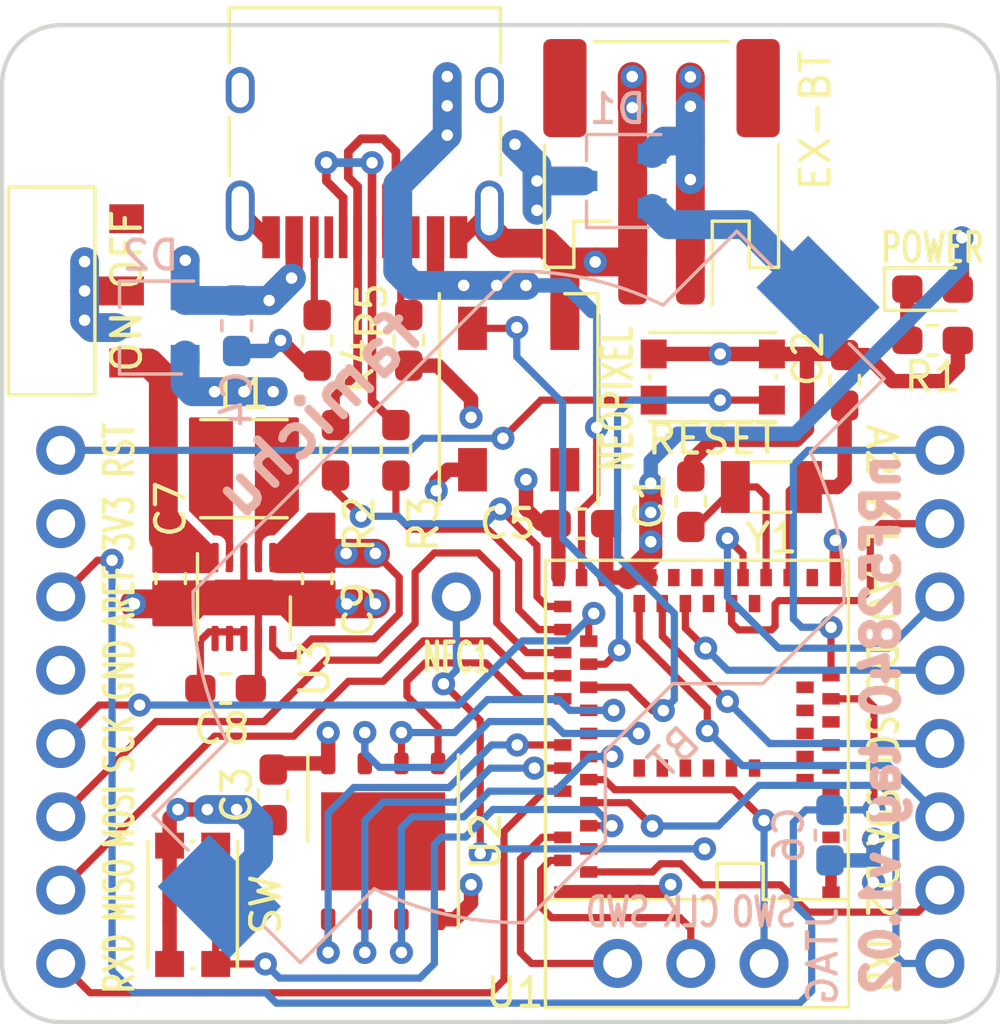
<source format=kicad_pcb>
(kicad_pcb (version 20171130) (host pcbnew "(5.1.9)-1")
  (title_block (title "nRF52840 tag") (date 2021-06-20) (rev 1.02) (company famichu))
  (layers (0 F.Cu signal) (1 In1.Cu power hide) (2 In2.Cu power hide) (31 B.Cu signal) (34 B.Paste user) (35 F.Paste user) (36 B.SilkS user) (37 F.SilkS user) (38 B.Mask user) (39 F.Mask user hide) (44 Edge.Cuts user))
  (net 0 "")
  (net 1 +BATT)
  (net 2 GND)
  (net 3 "Net-(C1-Pad1)")
  (net 4 "Net-(C2-Pad1)")
  (net 5 +3V3)
  (net 6 VBUS)
  (net 7 /AREF)
  (net 8 "Net-(C8-Pad1)")
  (net 9 /D6)
  (net 10 /D9)
  (net 11 /A3)
  (net 12 /A4)
  (net 13 /RESET)
  (net 14 /SCK)
  (net 15 /SWDIO)
  (net 16 /SWCLK)
  (net 17 /A2)
  (net 18 /A1)
  (net 19 /A0)
  (net 20 /D5)
  (net 21 /SCL)
  (net 22 /SDA)
  (net 23 /D2)
  (net 24 "Net-(L1-Pad1)")
  (net 25 "Net-(L1-Pad2)")
  (net 26 "Net-(P1-PadA5)")
  (net 27 "Net-(P1-PadA6)")
  (net 28 "Net-(P1-PadA7)")
  (net 29 "Net-(P1-PadB5)")
  (net 30 /USBD+)
  (net 31 /USBD-)
  (net 32 /SWITCH)
  (net 33 /QSPI_DATA0)
  (net 34 /QSPI_CS)
  (net 35 /QSPI_DATA1)
  (net 36 /QSPI_DATA2)
  (net 37 /QSPI_DATA3)
  (net 38 /QSPI_SCK)
  (net 39 "Net-(U1-Pad61)")
  (net 40 "Net-(U1-Pad60)")
  (net 41 "Net-(U1-Pad59)")
  (net 42 "Net-(U1-Pad57)")
  (net 43 "Net-(U1-Pad56)")
  (net 44 "Net-(U1-Pad11)")
  (net 45 "Net-(U1-Pad7)")
  (net 46 "Net-(U1-Pad10)")
  (net 47 "Net-(U1-Pad6)")
  (net 48 "Net-(U1-Pad23)")
  (net 49 "Net-(U1-Pad26)")
  (net 50 "Net-(U1-Pad24)")
  (net 51 "Net-(U1-Pad22)")
  (net 52 "Net-(U1-Pad16)")
  (net 53 "Net-(U1-Pad5)")
  (net 54 "Net-(U1-Pad4)")
  (net 55 /NEOPIX)
  (net 56 "Net-(U1-Pad8)")
  (net 57 "Net-(U1-Pad3)")
  (net 58 "Net-(C7-Pad1)")
  (net 59 /MOSI)
  (net 60 /MISO)
  (net 61 /RXD)
  (net 62 /TXD)
  (net 63 "Net-(BT1-Pad1)")
  (net 64 /SWO)
  (net 65 /NFC1)
  (net 66 "Net-(POWER1-Pad1)")
  (net 67 "Net-(D1-Pad1)")
  (net 68 "Net-(D2-Pad3)")
  (net 69 "Net-(NEOPIXEL1-Pad2)")
  (net 70 "Net-(SW2-Pad1)")
  (module AYZ0102:Slide_Switch_AYZ (layer F.Cu) (at 56.5785 27.4955 270)
    (fp_text reference "ON OFF" (at 0 -2.6035 90) (layer F.SilkS))
    (fp_text value SW_SPDT)
    (pad "" np_thru_hole circle (at 1.5 0 270) (size 0.85 0.85) (drill 0.85) (layers *.Cu *.Mask))
    (pad "" np_thru_hole circle (at -1.5 0 270) (size 0.85 0.85) (drill 0.85) (layers *.Cu *.Mask))
    (pad 3 smd rect (at 2.5 -2.6 270) (size 1 1.2) (layers F.Cu F.Paste F.Mask) (net 58 "Net-(C7-Pad1)"))
    (pad 2 smd rect (at 0 -2.6 270) (size 1 1.2) (layers F.Cu F.Paste F.Mask) (net 68 "Net-(D2-Pad3)"))
    (pad 1 smd rect (at -2.5 -2.6 270) (size 1 1.2) (layers F.Cu F.Paste F.Mask) (net 70 "Net-(SW2-Pad1)"))
  )
  (module MDBT50:MDBT50Q-1MV2 (layer F.Cu) (at 84.201 36.83 180)
    (fp_text reference U1 (at 11.557 -14.986) (layer F.SilkS))
    (fp_text value MDBT50Q)
    (pad 1 smd rect (at 0.6 -11.5 180) (size 0.6 0.4) (layers F.Cu F.Paste F.Mask) (net 2 GND))
    (pad 2 smd rect (at 0.6 -10.4 180) (size 0.6 0.4) (layers F.Cu F.Paste F.Mask) (net 2 GND))
    (pad 3 smd rect (at 0.6 -9.6 180) (size 0.6 0.4) (layers F.Cu F.Paste F.Mask) (net 57 "Net-(U1-Pad3)"))
    (pad 4 smd rect (at 0.6 -8 180) (size 0.6 0.4) (layers F.Cu F.Paste F.Mask) (net 54 "Net-(U1-Pad4)"))
    (pad 5 smd rect (at 1.5 -7.6 180) (size 0.6 0.4) (layers F.Cu F.Paste F.Mask) (net 53 "Net-(U1-Pad5)"))
    (pad 15 smd rect (at 0.45 -0.6 180) (size 0.4 0.6) (layers F.Cu F.Paste F.Mask) (net 2 GND))
    (pad 34 smd rect (at 9.9 -1.6 180) (size 0.6 0.4) (layers F.Cu F.Paste F.Mask) (net 31 /USBD-))
    (pad 35 smd rect (at 9.9 -2.4 180) (size 0.6 0.4) (layers F.Cu F.Paste F.Mask) (net 30 /USBD+))
    (pad 37 smd rect (at 9.9 -3.2 180) (size 0.6 0.4) (layers F.Cu F.Paste F.Mask) (net 59 /MOSI))
    (pad 39 smd rect (at 9.9 -4 180) (size 0.6 0.4) (layers F.Cu F.Paste F.Mask) (net 60 /MISO))
    (pad 41 smd rect (at 9.9 -4.8 180) (size 0.6 0.4) (layers F.Cu F.Paste F.Mask) (net 33 /QSPI_DATA0))
    (pad 44 smd rect (at 9.9 -6.4 180) (size 0.6 0.4) (layers F.Cu F.Paste F.Mask) (net 34 /QSPI_CS))
    (pad 46 smd rect (at 9.9 -7.2 180) (size 0.6 0.4) (layers F.Cu F.Paste F.Mask) (net 35 /QSPI_DATA1))
    (pad 48 smd rect (at 9.9 -8 180) (size 0.6 0.4) (layers F.Cu F.Paste F.Mask) (net 61 /RXD))
    (pad 51 smd rect (at 9.9 -9.6 180) (size 0.6 0.4) (layers F.Cu F.Paste F.Mask) (net 15 /SWDIO))
    (pad 53 smd rect (at 9.9 -10.4 180) (size 0.6 0.4) (layers F.Cu F.Paste F.Mask) (net 16 /SWCLK))
    (pad 54 smd rect (at 9 -10.8 180) (size 0.6 0.4) (layers F.Cu F.Paste F.Mask) (net 23 /D2))
    (pad 55 smd rect (at 9.9 -11.5 180) (size 0.6 0.4) (layers F.Cu F.Paste F.Mask) (net 2 GND))
    (pad 16 smd rect (at 1.25 -0.6 180) (size 0.4 0.6) (layers F.Cu F.Paste F.Mask) (net 52 "Net-(U1-Pad16)"))
    (pad 17 smd rect (at 2.05 -0.6 180) (size 0.4 0.6) (layers F.Cu F.Paste F.Mask) (net 4 "Net-(C2-Pad1)"))
    (pad 18 smd rect (at 2.85 -0.6 180) (size 0.4 0.6) (layers F.Cu F.Paste F.Mask) (net 3 "Net-(C1-Pad1)"))
    (pad 20 smd rect (at 3.65 -0.6 180) (size 0.4 0.6) (layers F.Cu F.Paste F.Mask) (net 19 /A0))
    (pad 22 smd rect (at 4.45 -0.6 180) (size 0.4 0.6) (layers F.Cu F.Paste F.Mask) (net 51 "Net-(U1-Pad22)"))
    (pad 24 smd rect (at 5.25 -0.6 180) (size 0.4 0.6) (layers F.Cu F.Paste F.Mask) (net 50 "Net-(U1-Pad24)"))
    (pad 26 smd rect (at 6.05 -0.6 180) (size 0.4 0.6) (layers F.Cu F.Paste F.Mask) (net 49 "Net-(U1-Pad26)"))
    (pad 28 smd rect (at 6.85 -0.6 180) (size 0.4 0.6) (layers F.Cu F.Paste F.Mask) (net 5 +3V3))
    (pad 30 smd rect (at 7.65 -0.6 180) (size 0.4 0.6) (layers F.Cu F.Paste F.Mask) (net 5 +3V3))
    (pad 31 smd rect (at 8.45 -0.6 180) (size 0.4 0.6) (layers F.Cu F.Paste F.Mask) (net 5 +3V3))
    (pad 32 smd rect (at 9.25 -0.6 180) (size 0.4 0.6) (layers F.Cu F.Paste F.Mask) (net 6 VBUS))
    (pad 33 smd rect (at 10.05 -0.6 180) (size 0.4 0.6) (layers F.Cu F.Paste F.Mask) (net 2 GND))
    (pad 19 smd rect (at 3.25 -1.5 180) (size 0.4 0.6) (layers F.Cu F.Paste F.Mask) (net 10 /D9))
    (pad 21 smd rect (at 4.05 -1.5 180) (size 0.4 0.6) (layers F.Cu F.Paste F.Mask) (net 18 /A1))
    (pad 23 smd rect (at 4.85 -1.5 180) (size 0.4 0.6) (layers F.Cu F.Paste F.Mask) (net 48 "Net-(U1-Pad23)"))
    (pad 25 smd rect (at 5.65 -1.5 180) (size 0.4 0.6) (layers F.Cu F.Paste F.Mask) (net 20 /D5))
    (pad 27 smd rect (at 6.45 -1.5 180) (size 0.4 0.6) (layers F.Cu F.Paste F.Mask) (net 21 /SCL))
    (pad 29 smd rect (at 7.25 -1.5 180) (size 0.4 0.6) (layers F.Cu F.Paste F.Mask) (net 22 /SDA))
    (pad 6 smd rect (at 0.6 -7.2 180) (size 0.6 0.4) (layers F.Cu F.Paste F.Mask) (net 47 "Net-(U1-Pad6)"))
    (pad 8 smd rect (at 0.6 -6.4 180) (size 0.6 0.4) (layers F.Cu F.Paste F.Mask) (net 56 "Net-(U1-Pad8)"))
    (pad 10 smd rect (at 0.6 -5.6 180) (size 0.6 0.4) (layers F.Cu F.Paste F.Mask) (net 46 "Net-(U1-Pad10)"))
    (pad 12 smd rect (at 0.6 -4.8 180) (size 0.6 0.4) (layers F.Cu F.Paste F.Mask) (net 7 /AREF))
    (pad 7 smd rect (at 1.5 -6.8 180) (size 0.6 0.4) (layers F.Cu F.Paste F.Mask) (net 45 "Net-(U1-Pad7)"))
    (pad 9 smd rect (at 1.5 -6 180) (size 0.6 0.4) (layers F.Cu F.Paste F.Mask) (net 12 /A4))
    (pad 11 smd rect (at 1.5 -5.2 180) (size 0.6 0.4) (layers F.Cu F.Paste F.Mask) (net 44 "Net-(U1-Pad11)"))
    (pad 13 smd rect (at 1.5 -4.4 180) (size 0.6 0.4) (layers F.Cu F.Paste F.Mask) (net 11 /A3))
    (pad 14 smd rect (at 0.6 -4 180) (size 0.6 0.4) (layers F.Cu F.Paste F.Mask) (net 17 /A2))
    (pad 56 smd rect (at 3.25 -7.2 180) (size 0.4 0.6) (layers F.Cu F.Paste F.Mask) (net 43 "Net-(U1-Pad56)"))
    (pad 57 smd rect (at 4.05 -7.2 180) (size 0.4 0.6) (layers F.Cu F.Paste F.Mask) (net 42 "Net-(U1-Pad57)"))
    (pad 58 smd rect (at 4.85 -7.2 180) (size 0.4 0.6) (layers F.Cu F.Paste F.Mask) (net 9 /D6))
    (pad 59 smd rect (at 5.65 -7.2 180) (size 0.4 0.6) (layers F.Cu F.Paste F.Mask) (net 41 "Net-(U1-Pad59)"))
    (pad 60 smd rect (at 6.45 -7.2 180) (size 0.4 0.6) (layers F.Cu F.Paste F.Mask) (net 40 "Net-(U1-Pad60)"))
    (pad 61 smd rect (at 7.25 -7.2 180) (size 0.4 0.6) (layers F.Cu F.Paste F.Mask) (net 39 "Net-(U1-Pad61)"))
    (pad 52 smd rect (at 9 -10 180) (size 0.6 0.4) (layers F.Cu F.Paste F.Mask) (net 65 /NFC1))
    (pad 50 smd rect (at 9 -9.2 180) (size 0.6 0.4) (layers F.Cu F.Paste F.Mask) (net 32 /SWITCH))
    (pad 49 smd rect (at 9 -8.4 180) (size 0.6 0.4) (layers F.Cu F.Paste F.Mask) (net 62 /TXD))
    (pad 47 smd rect (at 9 -7.6 180) (size 0.6 0.4) (layers F.Cu F.Paste F.Mask) (net 64 /SWO))
    (pad 45 smd rect (at 9 -6.8 180) (size 0.6 0.4) (layers F.Cu F.Paste F.Mask) (net 36 /QSPI_DATA2))
    (pad 43 smd rect (at 9 -6 180) (size 0.6 0.4) (layers F.Cu F.Paste F.Mask) (net 37 /QSPI_DATA3))
    (pad 42 smd rect (at 9 -5.2 180) (size 0.6 0.4) (layers F.Cu F.Paste F.Mask) (net 38 /QSPI_SCK))
    (pad 40 smd rect (at 9 -4.4 180) (size 0.6 0.4) (layers F.Cu F.Paste F.Mask) (net 13 /RESET))
    (pad 38 smd rect (at 9 -3.6 180) (size 0.6 0.4) (layers F.Cu F.Paste F.Mask) (net 55 /NEOPIX))
    (pad 36 smd rect (at 9 -2.8 180) (size 0.6 0.4) (layers F.Cu F.Paste F.Mask) (net 14 /SCK))
  )
  (module Connector_USB:USB_C_Receptacle_HRO_TYPE-C-31-M-12 (layer F.Cu) (at 67.437 21.59 180)
    (fp_text reference P1 hide)
    (fp_text value USB_C_Plug_USB2.0)
    (pad B1 smd rect (at 3.25 -4.045 180) (size 0.6 1.45) (layers F.Cu F.Paste F.Mask) (net 2 GND))
    (pad A9 smd rect (at 2.45 -4.045 180) (size 0.6 1.45) (layers F.Cu F.Paste F.Mask) (net 6 VBUS))
    (pad B9 smd rect (at -2.45 -4.045 180) (size 0.6 1.45) (layers F.Cu F.Paste F.Mask) (net 6 VBUS))
    (pad B12 smd rect (at -3.25 -4.045 180) (size 0.6 1.45) (layers F.Cu F.Paste F.Mask) (net 2 GND))
    (pad A1 smd rect (at -3.25 -4.045 180) (size 0.6 1.45) (layers F.Cu F.Paste F.Mask) (net 2 GND))
    (pad A4 smd rect (at -2.45 -4.045 180) (size 0.6 1.45) (layers F.Cu F.Paste F.Mask) (net 6 VBUS))
    (pad B4 smd rect (at 2.45 -4.045 180) (size 0.6 1.45) (layers F.Cu F.Paste F.Mask) (net 6 VBUS))
    (pad A12 smd rect (at 3.25 -4.045 180) (size 0.6 1.45) (layers F.Cu F.Paste F.Mask) (net 2 GND))
    (pad B8 smd rect (at -1.75 -4.045 180) (size 0.3 1.45) (layers F.Cu F.Paste F.Mask))
    (pad A5 smd rect (at -1.25 -4.045 180) (size 0.3 1.45) (layers F.Cu F.Paste F.Mask) (net 26 "Net-(P1-PadA5)"))
    (pad B7 smd rect (at -0.75 -4.045 180) (size 0.3 1.45) (layers F.Cu F.Paste F.Mask) (net 28 "Net-(P1-PadA7)"))
    (pad A7 smd rect (at 0.25 -4.045 180) (size 0.3 1.45) (layers F.Cu F.Paste F.Mask) (net 28 "Net-(P1-PadA7)"))
    (pad B6 smd rect (at 0.75 -4.045 180) (size 0.3 1.45) (layers F.Cu F.Paste F.Mask) (net 27 "Net-(P1-PadA6)"))
    (pad A8 smd rect (at 1.25 -4.045 180) (size 0.3 1.45) (layers F.Cu F.Paste F.Mask))
    (pad B5 smd rect (at 1.75 -4.045 180) (size 0.3 1.45) (layers F.Cu F.Paste F.Mask) (net 29 "Net-(P1-PadB5)"))
    (pad A6 smd rect (at -0.25 -4.045 180) (size 0.3 1.45) (layers F.Cu F.Paste F.Mask) (net 27 "Net-(P1-PadA6)"))
    (pad S1 thru_hole oval (at 4.32 -3.13 180) (size 1 2.1) (drill oval 0.6 1.7) (layers *.Cu *.Mask) (net 2 GND))
    (pad S1 thru_hole oval (at -4.32 -3.13 180) (size 1 2.1) (drill oval 0.6 1.7) (layers *.Cu *.Mask) (net 2 GND))
    (pad "" np_thru_hole circle (at -2.89 -2.6 180) (size 0.65 0.65) (drill 0.65) (layers *.Cu *.Mask))
    (pad S1 thru_hole oval (at -4.32 1.05 180) (size 1 1.6) (drill oval 0.6 1.2) (layers *.Cu *.Mask) (net 2 GND))
    (pad "" np_thru_hole circle (at 2.89 -2.6 180) (size 0.65 0.65) (drill 0.65) (layers *.Cu *.Mask))
    (pad S1 thru_hole oval (at 4.32 1.05 180) (size 1 1.6) (drill oval 0.6 1.2) (layers *.Cu *.Mask) (net 2 GND))
  )
  (module Package_TO_SOT_SMD:SOT-23W (layer B.Cu) (at 60.0075 28.7655 180)
    (fp_text reference D2 (at 0 2.5) (layer B.SilkS) (effects (justify mirror)))
    (fp_text value RB411D)
    (pad 3 smd rect (at 1.2 0 180) (size 1 0.7) (layers B.Cu B.Paste B.Mask) (net 68 "Net-(D2-Pad3)"))
    (pad 2 smd rect (at -1.2 -0.95 180) (size 1 0.7) (layers B.Cu B.Paste B.Mask) (net 1 +BATT))
    (pad 1 smd rect (at -1.2 0.95 180) (size 1 0.7) (layers B.Cu B.Paste B.Mask) (net 6 VBUS))
  )
  (module Package_TO_SOT_SMD:SOT-23W (layer B.Cu) (at 76.2 23.6855 180)
    (fp_text reference D1 (at 0 2.5) (layer B.SilkS) (effects (justify mirror)))
    (fp_text value RB411D)
    (pad 3 smd rect (at 1.2 0 180) (size 1 0.7) (layers B.Cu B.Paste B.Mask) (net 1 +BATT))
    (pad 2 smd rect (at -1.2 -0.95 180) (size 1 0.7) (layers B.Cu B.Paste B.Mask) (net 63 "Net-(BT1-Pad1)"))
    (pad 1 smd rect (at -1.2 0.95 180) (size 1 0.7) (layers B.Cu B.Paste B.Mask) (net 67 "Net-(D1-Pad1)"))
  )
  (module Connector_PinSocket_2.54mm:PinSocket_1x03_P2.54mm_Vertical (layer B.Cu) (at 81.28 50.8 90)
    (fp_text reference JTAG (at 0.254 2.032 90) (layer B.SilkS) (effects (justify mirror)))
    (fp_text value Conn_01x03_Female)
    (pad 3 thru_hole oval (at 0 -5.08 90) (size 1.7 1.7) (drill 1) (layers *.Cu *.Mask) (net 15 /SWDIO))
    (pad 2 thru_hole oval (at 0 -2.54 90) (size 1.7 1.7) (drill 1) (layers *.Cu *.Mask) (net 16 /SWCLK))
    (pad 1 thru_hole circle (at 0 0 90) (size 1.7 1.7) (drill 1) (layers *.Cu *.Mask) (net 64 /SWO))
  )
  (module Connector_PinHeader_2.54mm:PinHeader_1x01_P2.54mm_Vertical (layer F.Cu) (at 70.612 38.1)
    (fp_text reference NFC1 (at 0 2.0955) (layer F.SilkS) (effects (font (size 1 0.6))))
    (fp_text value Conn_01x01_Female)
    (pad 1 thru_hole circle (at 0 0) (size 1.7 1.7) (drill 1) (layers *.Cu *.Mask) (net 65 /NFC1))
  )
  (module Connector_PinHeader_2.54mm:PinHeader_1x08_P2.54mm_Vertical (layer F.Cu) (at 87.376 50.8 180)
    (fp_text reference J3 hide)
    (fp_text value Conn_01x08)
    (pad 8 thru_hole oval (at 0 17.78 180) (size 1.7 1.7) (drill 1) (layers *.Cu *.Mask) (net 17 /A2))
    (pad 7 thru_hole oval (at 0 15.24 180) (size 1.7 1.7) (drill 1) (layers *.Cu *.Mask) (net 18 /A1))
    (pad 6 thru_hole oval (at 0 12.7 180) (size 1.7 1.7) (drill 1) (layers *.Cu *.Mask) (net 19 /A0))
    (pad 5 thru_hole oval (at 0 10.16 180) (size 1.7 1.7) (drill 1) (layers *.Cu *.Mask) (net 20 /D5))
    (pad 4 thru_hole oval (at 0 7.62 180) (size 1.7 1.7) (drill 1) (layers *.Cu *.Mask) (net 21 /SCL))
    (pad 3 thru_hole oval (at 0 5.08 180) (size 1.7 1.7) (drill 1) (layers *.Cu *.Mask) (net 22 /SDA))
    (pad 2 thru_hole oval (at 0 2.54 180) (size 1.7 1.7) (drill 1) (layers *.Cu *.Mask) (net 23 /D2))
    (pad 1 thru_hole circle (at 0 0 180) (size 1.7 1.7) (drill 1) (layers *.Cu *.Mask) (net 62 /TXD))
  )
  (module Connector_PinHeader_2.54mm:PinHeader_1x08_P2.54mm_Vertical (layer F.Cu) (at 56.896 33.02)
    (fp_text reference J1 hide)
    (fp_text value Conn_01x08)
    (pad 1 thru_hole circle (at 0 0) (size 1.7 1.7) (drill 1) (layers *.Cu *.Mask) (net 13 /RESET))
    (pad 2 thru_hole oval (at 0 2.54) (size 1.7 1.7) (drill 1) (layers *.Cu *.Mask) (net 5 +3V3))
    (pad 3 thru_hole oval (at 0 5.08) (size 1.7 1.7) (drill 1) (layers *.Cu *.Mask) (net 7 /AREF))
    (pad 4 thru_hole oval (at 0 7.62) (size 1.7 1.7) (drill 1) (layers *.Cu *.Mask) (net 2 GND))
    (pad 5 thru_hole oval (at 0 10.16) (size 1.7 1.7) (drill 1) (layers *.Cu *.Mask) (net 14 /SCK))
    (pad 6 thru_hole oval (at 0 12.7) (size 1.7 1.7) (drill 1) (layers *.Cu *.Mask) (net 59 /MOSI))
    (pad 7 thru_hole oval (at 0 15.24) (size 1.7 1.7) (drill 1) (layers *.Cu *.Mask) (net 60 /MISO))
    (pad 8 thru_hole oval (at 0 17.78) (size 1.7 1.7) (drill 1) (layers *.Cu *.Mask) (net 61 /RXD))
  )
  (module Package_SON:WSON-8-1EP_6x5mm_P1.27mm_EP3.4x4.3mm (layer F.Cu) (at 68.072 46.57 90)
    (fp_text reference U2 (at 0 3.556 270) (layer F.SilkS))
    (fp_text value GD25D10CT)
    (pad 1 smd roundrect (at -2.7 -1.905 90) (size 0.75 0.5) (layers F.Cu F.Paste F.Mask) (net 34 /QSPI_CS))
    (pad 2 smd roundrect (at -2.7 -0.635 90) (size 0.75 0.5) (layers F.Cu F.Paste F.Mask) (net 35 /QSPI_DATA1))
    (pad 3 smd roundrect (at -2.7 0.635 90) (size 0.75 0.5) (layers F.Cu F.Paste F.Mask) (net 36 /QSPI_DATA2))
    (pad 4 smd roundrect (at -2.7 1.905 90) (size 0.75 0.5) (layers F.Cu F.Paste F.Mask) (net 2 GND))
    (pad 5 smd roundrect (at 2.7 1.905 90) (size 0.75 0.5) (layers F.Cu F.Paste F.Mask) (net 33 /QSPI_DATA0))
    (pad 6 smd roundrect (at 2.7 0.635 90) (size 0.75 0.5) (layers F.Cu F.Paste F.Mask) (net 38 /QSPI_SCK))
    (pad 7 smd roundrect (at 2.7 -0.635 90) (size 0.75 0.5) (layers F.Cu F.Paste F.Mask) (net 37 /QSPI_DATA3))
    (pad 8 smd roundrect (at 2.7 -1.905 90) (size 0.75 0.5) (layers F.Cu F.Paste F.Mask) (net 5 +3V3))
    (pad 9 smd rect (at 0 0 90) (size 3.4 4.3) (layers F.Cu F.Mask))
  )
  (module Package_SON:VSON-10-1EP_3x3mm_P0.5mm_EP1.2x2mm (layer F.Cu) (at 63.246 38.1 270)
    (fp_text reference U3 (at 2.4765 -2.45 90) (layer F.SilkS))
    (fp_text value TPS63031DSK)
    (pad 1 smd roundrect (at -1.4375 -1 270) (size 0.875 0.25) (layers F.Cu F.Paste F.Mask) (net 5 +3V3))
    (pad 2 smd roundrect (at -1.4375 -0.5 270) (size 0.875 0.25) (layers F.Cu F.Paste F.Mask) (net 25 "Net-(L1-Pad2)"))
    (pad 3 smd roundrect (at -1.4375 0 270) (size 0.875 0.25) (layers F.Cu F.Paste F.Mask) (net 2 GND))
    (pad 4 smd roundrect (at -1.4375 0.5 270) (size 0.875 0.25) (layers F.Cu F.Paste F.Mask) (net 24 "Net-(L1-Pad1)"))
    (pad 5 smd roundrect (at -1.4375 1 270) (size 0.875 0.25) (layers F.Cu F.Paste F.Mask) (net 58 "Net-(C7-Pad1)"))
    (pad 6 smd roundrect (at 1.4375 1 270) (size 0.875 0.25) (layers F.Cu F.Paste F.Mask) (net 8 "Net-(C8-Pad1)"))
    (pad 7 smd roundrect (at 1.4375 0.5 270) (size 0.875 0.25) (layers F.Cu F.Paste F.Mask) (net 8 "Net-(C8-Pad1)"))
    (pad 8 smd roundrect (at 1.4375 0 270) (size 0.875 0.25) (layers F.Cu F.Paste F.Mask) (net 8 "Net-(C8-Pad1)"))
    (pad 9 smd roundrect (at 1.4375 -0.5 270) (size 0.875 0.25) (layers F.Cu F.Paste F.Mask) (net 2 GND))
    (pad 10 smd roundrect (at 1.4375 -1 270) (size 0.875 0.25) (layers F.Cu F.Paste F.Mask) (net 5 +3V3))
    (pad 11 smd rect (at 0 0 270) (size 1.2 2) (layers F.Cu F.Mask) (net 2 GND))
  )
  (module Battery:BatteryHolder_Keystone_1058_1x2032 (layer B.Cu) (at 72.771 38.1 225)
    (fp_text reference BT (at 0 -7.62 45) (layer B.SilkS) (effects (justify mirror)))
    (fp_text value Battery_Cell)
    (pad 1 smd rect (at -14.68 0 225) (size 2.54 3.51) (layers B.Cu B.Paste B.Mask) (net 63 "Net-(BT1-Pad1)"))
    (pad 2 smd rect (at 14.68 0 225) (size 2.54 3.51) (layers B.Cu B.Paste B.Mask) (net 2 GND))
  )
  (module Capacitor_SMD:C_0603_1608Metric_Pad1.05x0.95mm_HandSolder (layer B.Cu) (at 83.566 46.355 270)
    (fp_text reference C6 (at 0 1.43 90) (layer B.SilkS) (effects (justify mirror)))
    (fp_text value 0.1uF)
    (pad 1 smd roundrect (at -0.875 0 270) (size 1.05 0.95) (layers B.Cu B.Paste B.Mask) (net 7 /AREF))
    (pad 2 smd roundrect (at 0.875 0 270) (size 1.05 0.95) (layers B.Cu B.Paste B.Mask) (net 2 GND))
  )
  (module Resistor_SMD:R_0603_1608Metric_Pad1.05x0.95mm_HandSolder (layer F.Cu) (at 68.961 29.21 270)
    (fp_text reference R5 (at -1.016 1.27 90) (layer F.SilkS))
    (fp_text value 5.1k)
    (pad 2 smd roundrect (at 0.875 0 270) (size 1.05 0.95) (layers F.Cu F.Paste F.Mask) (net 2 GND))
    (pad 1 smd roundrect (at -0.875 0 270) (size 1.05 0.95) (layers F.Cu F.Paste F.Mask) (net 26 "Net-(P1-PadA5)"))
  )
  (module Resistor_SMD:R_0603_1608Metric_Pad1.05x0.95mm_HandSolder (layer F.Cu) (at 65.786 29.21 270)
    (fp_text reference R4 (at 0.889 -1.43 90) (layer F.SilkS))
    (fp_text value 5.1k)
    (pad 2 smd roundrect (at 0.875 0 270) (size 1.05 0.95) (layers F.Cu F.Paste F.Mask) (net 2 GND))
    (pad 1 smd roundrect (at -0.875 0 270) (size 1.05 0.95) (layers F.Cu F.Paste F.Mask) (net 29 "Net-(P1-PadB5)"))
  )
  (module Resistor_SMD:R_0603_1608Metric_Pad1.05x0.95mm_HandSolder (layer F.Cu) (at 68.5165 33.02 90)
    (fp_text reference R3 (at -2.54 0.9525 90) (layer F.SilkS))
    (fp_text value 22)
    (pad 2 smd roundrect (at 0.875 0 90) (size 1.05 0.95) (layers F.Cu F.Paste F.Mask) (net 27 "Net-(P1-PadA6)"))
    (pad 1 smd roundrect (at -0.875 0 90) (size 1.05 0.95) (layers F.Cu F.Paste F.Mask) (net 30 /USBD+))
  )
  (module Resistor_SMD:R_0603_1608Metric_Pad1.05x0.95mm_HandSolder (layer F.Cu) (at 66.421 33.02 90)
    (fp_text reference R2 (at -2.54 0.8255 90) (layer F.SilkS))
    (fp_text value 22)
    (pad 2 smd roundrect (at 0.875 0 90) (size 1.05 0.95) (layers F.Cu F.Paste F.Mask) (net 28 "Net-(P1-PadA7)"))
    (pad 1 smd roundrect (at -0.875 0 90) (size 1.05 0.95) (layers F.Cu F.Paste F.Mask) (net 31 /USBD-))
  )
  (module Resistor_SMD:R_0603_1608Metric_Pad1.05x0.95mm_HandSolder (layer F.Cu) (at 87.122 29.21 180)
    (fp_text reference R1 (at 0 -1.27) (layer F.SilkS))
    (fp_text value 1k)
    (pad 2 smd roundrect (at 0.875 0 180) (size 1.05 0.95) (layers F.Cu F.Paste F.Mask) (net 66 "Net-(POWER1-Pad1)"))
    (pad 1 smd roundrect (at -0.875 0 180) (size 1.05 0.95) (layers F.Cu F.Paste F.Mask) (net 2 GND))
  )
  (module LED_SMD:LED_0603_1608Metric_Pad1.05x0.95mm_HandSolder (layer F.Cu) (at 87.122 27.432)
    (fp_text reference POWER (at 0 -1.43) (layer F.SilkS) (effects (font (size 1 0.7))))
    (fp_text value POW)
    (pad 2 smd roundrect (at 0.875 0) (size 1.05 0.95) (layers F.Cu F.Paste F.Mask) (net 5 +3V3))
    (pad 1 smd roundrect (at -0.875 0) (size 1.05 0.95) (layers F.Cu F.Paste F.Mask) (net 66 "Net-(POWER1-Pad1)"))
  )
  (module Capacitor_SMD:C_0603_1608Metric_Pad1.05x0.95mm_HandSolder (layer F.Cu) (at 74.93 35.56 180)
    (fp_text reference C5 (at 2.54 0) (layer F.SilkS))
    (fp_text value 0.1uF)
    (pad 2 smd roundrect (at 0.875 0 180) (size 1.05 0.95) (layers F.Cu F.Paste F.Mask) (net 2 GND))
    (pad 1 smd roundrect (at -0.875 0 180) (size 1.05 0.95) (layers F.Cu F.Paste F.Mask) (net 5 +3V3))
  )
  (module Capacitor_SMD:C_0603_1608Metric_Pad1.05x0.95mm_HandSolder (layer B.Cu) (at 62.992 28.702 270)
    (fp_text reference C4 (at 2.54 0 90) (layer B.SilkS) (effects (justify mirror)))
    (fp_text value 10uF)
    (pad 2 smd roundrect (at 0.875 0 270) (size 1.05 0.95) (layers B.Cu B.Paste B.Mask) (net 2 GND))
    (pad 1 smd roundrect (at -0.875 0 270) (size 1.05 0.95) (layers B.Cu B.Paste B.Mask) (net 6 VBUS))
  )
  (module Capacitor_SMD:C_0603_1608Metric_Pad1.05x0.95mm_HandSolder (layer F.Cu) (at 64.262 44.958 270)
    (fp_text reference C3 (at 0 1.27 270) (layer F.SilkS))
    (fp_text value 10uF)
    (pad 2 smd roundrect (at 0.875 0 270) (size 1.05 0.95) (layers F.Cu F.Paste F.Mask) (net 2 GND))
    (pad 1 smd roundrect (at -0.875 0 270) (size 1.05 0.95) (layers F.Cu F.Paste F.Mask) (net 5 +3V3))
  )
  (module Capacitor_SMD:C_0603_1608Metric_Pad1.05x0.95mm_HandSolder (layer F.Cu) (at 84.074 30.593 90)
    (fp_text reference C2 (at 0.762 -1.27 90) (layer F.SilkS))
    (fp_text value 22pF)
    (pad 1 smd roundrect (at -0.875 0 90) (size 1.05 0.95) (layers F.Cu F.Paste F.Mask) (net 4 "Net-(C2-Pad1)"))
    (pad 2 smd roundrect (at 0.875 0 90) (size 1.05 0.95) (layers F.Cu F.Paste F.Mask) (net 2 GND))
  )
  (module Capacitor_SMD:C_0603_1608Metric_Pad1.05x0.95mm_HandSolder (layer F.Cu) (at 78.74 34.798 90)
    (fp_text reference C1 (at 0 -1.43 90) (layer F.SilkS))
    (fp_text value 22pF)
    (pad 2 smd roundrect (at 0.875 0 90) (size 1.05 0.95) (layers F.Cu F.Paste F.Mask) (net 2 GND))
    (pad 1 smd roundrect (at -0.875 0 90) (size 1.05 0.95) (layers F.Cu F.Paste F.Mask) (net 3 "Net-(C1-Pad1)"))
  )
  (module Capacitor_SMD:C_0603_1608Metric_Pad1.05x0.95mm_HandSolder (layer F.Cu) (at 60.706 37.465 270)
    (fp_text reference C7 (at -2.413 0 270) (layer F.SilkS))
    (fp_text value 10uF)
    (pad 2 smd roundrect (at 0.875 0 270) (size 1.05 0.95) (layers F.Cu F.Paste F.Mask) (net 2 GND))
    (pad 1 smd roundrect (at -0.875 0 270) (size 1.05 0.95) (layers F.Cu F.Paste F.Mask) (net 58 "Net-(C7-Pad1)"))
  )
  (module Capacitor_SMD:C_0603_1608Metric_Pad1.05x0.95mm_HandSolder (layer F.Cu) (at 62.611 41.275)
    (fp_text reference C8 (at -0.127 1.397) (layer F.SilkS))
    (fp_text value 0.1uF)
    (pad 2 smd roundrect (at 0.875 0) (size 1.05 0.95) (layers F.Cu F.Paste F.Mask) (net 2 GND))
    (pad 1 smd roundrect (at -0.875 0) (size 1.05 0.95) (layers F.Cu F.Paste F.Mask) (net 8 "Net-(C8-Pad1)"))
  )
  (module Capacitor_SMD:C_0603_1608Metric_Pad1.05x0.95mm_HandSolder (layer F.Cu) (at 65.786 37.465 270)
    (fp_text reference C9 (at 1.0795 -1.43 270) (layer F.SilkS))
    (fp_text value 22uF)
    (pad 1 smd roundrect (at -0.875 0 270) (size 1.05 0.95) (layers F.Cu F.Paste F.Mask) (net 5 +3V3))
    (pad 2 smd roundrect (at 0.875 0 270) (size 1.05 0.95) (layers F.Cu F.Paste F.Mask) (net 2 GND))
  )
  (module MountingHole:MountingHole_3.2mm_M3 (layer F.Cu) (at 58.476 21.76)
    (fp_text reference H1 hide)
    (fp_text value MountingHole)
    (pad 1 np_thru_hole circle (at 0 0) (size 3.2 3.2) (drill 3.2) (layers *.Cu *.Mask))
  )
  (module MountingHole:MountingHole_3.2mm_M3 (layer F.Cu) (at 85.976 21.76)
    (fp_text reference H2 hide)
    (fp_text value MountingHole)
    (pad 1 np_thru_hole circle (at 0 0) (size 3.2 3.2) (drill 3.2) (layers *.Cu *.Mask))
  )
  (module Connector_JST:JST_PH_S2B-PH-SM4-TB_1x02-1MP_P2.00mm_Horizontal (layer F.Cu) (at 77.724 23.368 180)
    (fp_text reference EX-BT (at -5.334 1.778 90) (layer F.SilkS))
    (fp_text value Conn_01x02)
    (pad MP smd roundrect (at 3.35 2.9 180) (size 1.5 3.4) (layers F.Cu F.Paste F.Mask) (roundrect_rratio 0.1666666666666667))
    (pad MP smd roundrect (at -3.35 2.9 180) (size 1.5 3.4) (layers F.Cu F.Paste F.Mask) (roundrect_rratio 0.1666666666666667))
    (pad 2 smd roundrect (at 1 -2.85 180) (size 1 3.5) (layers F.Cu F.Paste F.Mask) (net 2 GND))
    (pad 1 smd roundrect (at -1 -2.85 180) (size 1 3.5) (layers F.Cu F.Paste F.Mask) (net 67 "Net-(D1-Pad1)"))
  )
  (module Button_Switch_SMD:SW_Push_1P1T_NO_CK_KMR2 (layer F.Cu) (at 79.502 30.48)
    (fp_text reference RESET (at 0 2.159) (layer F.SilkS))
    (fp_text value SW_Push)
    (pad 2 smd rect (at 2.05 0.8) (size 0.9 1) (layers F.Cu F.Paste F.Mask) (net 13 /RESET))
    (pad 1 smd rect (at 2.05 -0.8) (size 0.9 1) (layers F.Cu F.Paste F.Mask) (net 2 GND))
    (pad 2 smd rect (at -2.05 0.8) (size 0.9 1) (layers F.Cu F.Paste F.Mask) (net 13 /RESET))
    (pad 1 smd rect (at -2.05 -0.8) (size 0.9 1) (layers F.Cu F.Paste F.Mask) (net 2 GND))
  )
  (module Button_Switch_SMD:SW_Push_1P1T_NO_CK_KMR2 (layer F.Cu) (at 61.468 48.768 90)
    (fp_text reference SW (at 0 2.54 90) (layer F.SilkS))
    (fp_text value SW_Push)
    (pad 2 smd rect (at 2.05 0.8 90) (size 0.9 1) (layers F.Cu F.Paste F.Mask) (net 32 /SWITCH))
    (pad 1 smd rect (at 2.05 -0.8 90) (size 0.9 1) (layers F.Cu F.Paste F.Mask) (net 2 GND))
    (pad 2 smd rect (at -2.05 0.8 90) (size 0.9 1) (layers F.Cu F.Paste F.Mask) (net 32 /SWITCH))
    (pad 1 smd rect (at -2.05 -0.8 90) (size 0.9 1) (layers F.Cu F.Paste F.Mask) (net 2 GND))
  )
  (module Crystal:Crystal_SMD_3215-2Pin_3.2x1.5mm (layer F.Cu) (at 81.534 34.29 180)
    (fp_text reference Y1 (at 0 -1.778) (layer F.SilkS))
    (fp_text value 32.768)
    (pad 1 smd rect (at 1.25 0 180) (size 1 1.8) (layers F.Cu F.Paste F.Mask) (net 3 "Net-(C1-Pad1)"))
    (pad 2 smd rect (at -1.25 0 180) (size 1 1.8) (layers F.Cu F.Paste F.Mask) (net 4 "Net-(C2-Pad1)"))
  )
  (module LED_SMD:LED_WS2812B_PLCC4_5.0x5.0mm_P3.2mm (layer F.Cu) (at 72.771 31.242 90)
    (fp_text reference NEOPIXEL (at 0 3.429 90) (layer F.SilkS) (effects (font (size 1 0.7))))
    (fp_text value WS2812B)
    (pad 3 smd rect (at 2.45 1.6 90) (size 1.5 1) (layers F.Cu F.Paste F.Mask) (net 2 GND))
    (pad 4 smd rect (at 2.45 -1.6 90) (size 1.5 1) (layers F.Cu F.Paste F.Mask) (net 55 /NEOPIX))
    (pad 2 smd rect (at -2.45 1.6 90) (size 1.5 1) (layers F.Cu F.Paste F.Mask) (net 69 "Net-(NEOPIXEL1-Pad2)"))
    (pad 1 smd rect (at -2.45 -1.6 90) (size 1.5 1) (layers F.Cu F.Paste F.Mask) (net 5 +3V3))
  )
  (module Inductor_SMD:L_Neosid_SMS-ME3015 (layer F.Cu) (at 63.246 33.655)
    (fp_text reference L1 (at 0 -2.6) (layer F.SilkS))
    (fp_text value L)
    (pad 1 smd rect (at -1.1 0) (size 1 2.7) (layers F.Cu F.Paste F.Mask) (net 24 "Net-(L1-Pad1)"))
    (pad 2 smd rect (at 1.1 0) (size 1 2.7) (layers F.Cu F.Paste F.Mask) (net 25 "Net-(L1-Pad2)"))
  )
  (gr_text SWD (at 76.2 49.022) (layer B.SilkS) (effects (font (size 1 0.7)) (justify mirror)))
  (gr_text CLK (at 78.74 49.022) (layer B.SilkS) (effects (font (size 1 0.7)) (justify mirror)))
  (gr_text SWO (at 81.28 49.022) (layer B.SilkS) (effects (font (size 1 0.7)) (justify mirror)))
  (gr_text A2 (at 85.344 33.02 -90) (layer F.SilkS) (effects (font (size 1 1))))
  (gr_text A1 (at 85.344 35.56 -90) (layer F.SilkS) (effects (font (size 1 1))))
  (gr_text A0 (at 85.344 38.1 -90) (layer F.SilkS) (effects (font (size 1 1))))
  (gr_text D5 (at 85.344 40.64 -90) (layer F.SilkS) (effects (font (size 1 1))))
  (gr_text SCL (at 85.344 43.18 -90) (layer F.SilkS) (effects (font (size 1 0.7))))
  (gr_text SDA (at 85.344 45.72 -90) (layer F.SilkS) (effects (font (size 1 0.7))))
  (gr_text D2 (at 85.344 48.26 -90) (layer F.SilkS) (effects (font (size 1 1))))
  (gr_text TXD (at 85.344 50.8 -90) (layer F.SilkS) (effects (font (size 1 0.7))))
  (gr_text MISO (at 58.928 48.26 90) (layer F.SilkS) (effects (font (size 1 0.6))))
  (gr_text MOSI (at 58.928 45.72 90) (layer F.SilkS) (effects (font (size 1 0.6))))
  (gr_text RXD (at 58.928 50.8 90) (layer F.SilkS) (effects (font (size 1 0.7))))
  (gr_text SCK (at 58.928 43.18 90) (layer F.SilkS) (effects (font (size 1 0.7))))
  (gr_text GND (at 58.928 40.64 90) (layer F.SilkS) (effects (font (size 1 0.7))))
  (gr_text AREF (at 58.928 38.1 90) (layer F.SilkS) (effects (font (size 1 0.6))))
  (gr_text 3V3 (at 58.928 35.56 90) (layer F.SilkS) (effects (font (size 1 0.7))))
  (gr_text RST (at 58.928 33.02 90) (layer F.SilkS) (effects (font (size 1 0.7))))
  (gr_text famichu (at 69.088 28.448 45) (layer B.SilkS) (effects (font (size 1.5 1.5) (thickness 0.3)) (justify left mirror)))
  (gr_text "nRF52840 tag v1.02" (at 85.344 33.02 90) (layer B.SilkS) (effects (font (size 1.2 1.2) (thickness 0.3)) (justify left mirror)))
  (gr_arc (start 87.376 20.32) (end 89.408 20.32) (angle -90) (layer Edge.Cuts) (width 0.15))
  (gr_arc (start 56.896 20.32) (end 56.896 18.288) (angle -90) (layer Edge.Cuts) (width 0.15))
  (gr_arc (start 56.896 50.8) (end 54.864 50.8) (angle -90) (layer Edge.Cuts) (width 0.15))
  (gr_arc (start 87.376 50.8) (end 87.376 52.832) (angle -90) (layer Edge.Cuts) (width 0.15))
  (gr_line (start 87.376 18.288) (end 56.896 18.288) (layer Edge.Cuts) (width 0.15))
  (gr_line (start 54.864 20.32) (end 54.864 50.8) (layer Edge.Cuts) (width 0.15))
  (gr_line (start 89.408 50.8) (end 89.408 20.32) (layer Edge.Cuts) (width 0.15))
  (gr_line (start 56.896 52.832) (end 87.376 52.832) (layer Edge.Cuts) (width 0.15))
  (via (at 64.262 30.988) (size 0.8) (drill 0.4) (layers F.Cu B.Cu) (net 1))
  (via (at 63.246 30.988) (size 0.8) (drill 0.4) (layers F.Cu B.Cu) (net 1))
  (via (at 62.23 30.988) (size 0.8) (drill 0.4) (layers F.Cu B.Cu) (net 1))
  (via (at 72.644 22.4155) (size 0.8) (drill 0.4) (layers F.Cu B.Cu) (net 1))
  (via (at 73.406 23.6855) (size 0.8) (drill 0.4) (layers F.Cu B.Cu) (net 1))
  (via (at 73.406 24.7015) (size 0.8) (drill 0.4) (layers F.Cu B.Cu) (net 1))
  (segment (start 75 23.6855) (end 73.406 23.6855) (width 1) (layer B.Cu) (net 1))
  (segment (start 73.406 24.7015) (end 73.406 23.6855) (width 1) (layer B.Cu) (net 1))
  (segment (start 73.406 23.1775) (end 72.644 22.4155) (width 1) (layer B.Cu) (net 1))
  (segment (start 73.406 23.6855) (end 73.406 23.1775) (width 1) (layer B.Cu) (net 1))
  (segment (start 62.23 30.988) (end 61.468 30.988) (width 1) (layer B.Cu) (net 1))
  (segment (start 61.2075 30.7275) (end 61.2075 29.7155) (width 1) (layer B.Cu) (net 1))
  (segment (start 61.468 30.988) (end 61.2075 30.7275) (width 1) (layer B.Cu) (net 1))
  (segment (start 62.23 30.988) (end 63.246 30.988) (width 1) (layer B.Cu) (net 1))
  (segment (start 63.246 30.988) (end 64.262 30.988) (width 1) (layer B.Cu) (net 1))
  (segment (start 70.687 25.635) (end 70.687 26.11) (width 0.5) (layer F.Cu) (net 2))
  (segment (start 63.246 36.8875) (end 63.246 38.1) (width 0.25) (layer F.Cu) (net 2))
  (segment (start 63.746 41.015) (end 63.486 41.275) (width 0.25) (layer F.Cu) (net 2))
  (segment (start 63.746 39.3125) (end 63.746 41.015) (width 0.25) (layer F.Cu) (net 2))
  (segment (start 63.746 38.6) (end 63.246 38.1) (width 0.25) (layer F.Cu) (net 2))
  (segment (start 63.746 39.3125) (end 63.746 38.6) (width 0.25) (layer F.Cu) (net 2))
  (segment (start 70.687 25.635) (end 70.687 25.983) (width 0.25) (layer F.Cu) (net 2))
  (segment (start 70.842 25.635) (end 71.757 24.72) (width 0.5) (layer F.Cu) (net 2))
  (segment (start 70.687 25.635) (end 70.842 25.635) (width 0.5) (layer F.Cu) (net 2))
  (segment (start 77.452 29.68) (end 79.337 29.68) (width 0.5) (layer F.Cu) (net 2))
  (via (at 79.756 29.68) (size 0.8) (drill 0.4) (layers F.Cu B.Cu) (net 2))
  (segment (start 79.337 29.68) (end 81.552 29.68) (width 0.5) (layer F.Cu) (net 2))
  (segment (start 74.151 35.656) (end 74.055 35.56) (width 0.5) (layer F.Cu) (net 2))
  (segment (start 83.751 37.43) (end 83.751 36.137) (width 0.4) (layer F.Cu) (net 2))
  (via (at 83.751 36.137) (size 0.8) (drill 0.4) (layers F.Cu B.Cu) (net 2))
  (segment (start 60.668 49.365) (end 60.668 50.818) (width 0.5) (layer F.Cu) (net 2))
  (segment (start 60.668 46.718) (end 60.668 49.365) (width 0.5) (layer F.Cu) (net 2))
  (segment (start 65.786 38.34) (end 65.786 38.354) (width 0.5) (layer F.Cu) (net 2))
  (segment (start 64.032 25.635) (end 63.117 24.72) (width 0.5) (layer F.Cu) (net 2))
  (segment (start 64.187 25.635) (end 64.032 25.635) (width 0.5) (layer F.Cu) (net 2))
  (segment (start 62.992 29.577) (end 64.149 29.577) (width 0.5) (layer B.Cu) (net 2))
  (segment (start 64.149 29.577) (end 64.516 29.21) (width 0.5) (layer B.Cu) (net 2))
  (via (at 64.516 29.21) (size 0.8) (drill 0.4) (layers F.Cu B.Cu) (net 2))
  (segment (start 65.391 30.085) (end 64.516 29.21) (width 0.5) (layer F.Cu) (net 2))
  (segment (start 65.786 30.085) (end 65.391 30.085) (width 0.5) (layer F.Cu) (net 2))
  (segment (start 68.961 30.085) (end 69.963 30.085) (width 0.5) (layer F.Cu) (net 2))
  (segment (start 69.963 30.085) (end 71.12 31.242) (width 0.5) (layer F.Cu) (net 2))
  (segment (start 73.53 35.56) (end 73.025 35.055) (width 0.5) (layer F.Cu) (net 2))
  (segment (start 74.055 35.56) (end 73.53 35.56) (width 0.5) (layer F.Cu) (net 2))
  (segment (start 73.025 35.055) (end 73.025 34.036) (width 0.5) (layer F.Cu) (net 2))
  (via (at 73.025 34.036) (size 0.8) (drill 0.4) (layers F.Cu B.Cu) (net 2))
  (segment (start 71.12 31.242) (end 71.12 31.877) (width 0.5) (layer F.Cu) (net 2))
  (via (at 71.12 31.877) (size 0.8) (drill 0.4) (layers F.Cu B.Cu) (net 2))
  (segment (start 64.262 45.833) (end 63.359 45.833) (width 0.5) (layer F.Cu) (net 2))
  (segment (start 63.359 45.833) (end 62.992 45.466) (width 0.5) (layer F.Cu) (net 2))
  (via (at 76.708 20.066) (size 0.8) (drill 0.4) (layers F.Cu B.Cu) (net 2))
  (via (at 76.708 21.1455) (size 0.8) (drill 0.4) (layers F.Cu B.Cu) (net 2))
  (segment (start 62.390672 48.480328) (end 60.993672 48.480328) (width 0.5) (layer B.Cu) (net 2))
  (segment (start 62.390672 48.480328) (end 63.754 47.117) (width 1) (layer B.Cu) (net 2))
  (segment (start 63.754 47.117) (end 63.754 45.974) (width 1) (layer B.Cu) (net 2))
  (segment (start 63.754 45.974) (end 63.246 45.466) (width 1) (layer B.Cu) (net 2))
  (segment (start 65.786 38.34) (end 66.816 38.34) (width 1) (layer F.Cu) (net 2))
  (segment (start 66.816 38.34) (end 67.804 38.34) (width 1) (layer F.Cu) (net 2))
  (via (at 66.816 38.34) (size 0.8) (drill 0.4) (layers F.Cu B.Cu) (net 2))
  (segment (start 67.804 38.34) (end 67.804 38.34) (width 1) (layer F.Cu) (net 2))
  (via (at 67.804 38.34) (size 0.8) (drill 0.4) (layers F.Cu B.Cu) (net 2))
  (segment (start 83.601 47.23) (end 85.076 47.23) (width 0.4) (layer F.Cu) (net 2))
  (segment (start 83.601 47.23) (end 83.601 48.33) (width 0.4) (layer F.Cu) (net 2))
  (segment (start 60.706 38.34) (end 59.45 38.34) (width 1) (layer F.Cu) (net 2))
  (segment (start 59.45 38.34) (end 59.45 38.34) (width 1) (layer F.Cu) (net 2))
  (via (at 59.45 38.34) (size 0.8) (drill 0.4) (layers F.Cu B.Cu) (net 2))
  (segment (start 63.246 45.466) (end 61.976 45.466) (width 1) (layer B.Cu) (net 2))
  (via (at 60.96 45.466) (size 0.8) (drill 0.4) (layers F.Cu B.Cu) (net 2))
  (via (at 61.976 45.466) (size 0.8) (drill 0.4) (layers F.Cu B.Cu) (net 2))
  (segment (start 62.992 45.466) (end 62.992 45.466) (width 0.5) (layer F.Cu) (net 2))
  (via (at 62.992 45.466) (size 0.8) (drill 0.4) (layers F.Cu B.Cu) (net 2))
  (segment (start 61.976 45.466) (end 62.992 45.466) (width 0.5) (layer F.Cu) (net 2))
  (segment (start 85.076 47.23) (end 85.076 46.496) (width 0.5) (layer F.Cu) (net 2))
  (segment (start 85.076 47.23) (end 85.076 47.992) (width 0.5) (layer F.Cu) (net 2))
  (segment (start 85.076 46.496) (end 85.076 46.496) (width 0.5) (layer F.Cu) (net 2))
  (via (at 85.076 46.496) (size 0.8) (drill 0.4) (layers F.Cu B.Cu) (net 2))
  (segment (start 85.076 47.992) (end 85.076 47.992) (width 0.5) (layer F.Cu) (net 2))
  (via (at 85.076 47.992) (size 0.8) (drill 0.4) (layers F.Cu B.Cu) (net 2))
  (segment (start 85.048 47.23) (end 85.076 47.258) (width 0.3) (layer B.Cu) (net 2))
  (segment (start 83.566 47.23) (end 85.048 47.23) (width 0.5) (layer B.Cu) (net 2))
  (segment (start 85.076 47.258) (end 85.076 47.992) (width 0.5) (layer B.Cu) (net 2))
  (segment (start 85.076 46.496) (end 85.076 47.258) (width 0.5) (layer B.Cu) (net 2))
  (via (at 78.0415 48.0695) (size 0.8) (drill 0.4) (layers F.Cu B.Cu) (net 2))
  (via (at 71.12 48.0695) (size 0.8) (drill 0.4) (layers F.Cu B.Cu) (net 2))
  (segment (start 69.977 49.27) (end 70.5545 49.27) (width 0.5) (layer F.Cu) (net 2))
  (segment (start 71.12 48.7045) (end 71.12 48.0695) (width 0.5) (layer F.Cu) (net 2))
  (segment (start 70.5545 49.27) (end 71.12 48.7045) (width 0.5) (layer F.Cu) (net 2))
  (segment (start 74.151 37.43) (end 74.151 35.656) (width 0.5) (layer F.Cu) (net 2))
  (segment (start 76.962 48.3235) (end 76.9685 48.33) (width 0.5) (layer F.Cu) (net 2))
  (segment (start 74.301 48.33) (end 76.9685 48.33) (width 0.5) (layer F.Cu) (net 2))
  (segment (start 76.9685 48.33) (end 77.781 48.33) (width 0.5) (layer F.Cu) (net 2))
  (segment (start 77.781 48.33) (end 78.0415 48.0695) (width 0.5) (layer F.Cu) (net 2))
  (segment (start 76.7165 26.2255) (end 76.724 26.218) (width 1) (layer F.Cu) (net 2))
  (segment (start 74.371 27.022998) (end 74.371 27.2925) (width 1) (layer F.Cu) (net 2))
  (segment (start 71.757 24.72) (end 71.757 25.148) (width 1) (layer F.Cu) (net 2))
  (segment (start 74.371 27.2925) (end 74.371 28.792) (width 1) (layer F.Cu) (net 2))
  (segment (start 74.371 27.2925) (end 74.371 26.492) (width 1) (layer F.Cu) (net 2))
  (segment (start 74.371 26.492) (end 73.7235 25.8445) (width 1) (layer F.Cu) (net 2))
  (segment (start 71.757 25.402) (end 71.757 24.72) (width 1) (layer F.Cu) (net 2))
  (segment (start 72.1995 25.8445) (end 71.757 25.402) (width 1) (layer F.Cu) (net 2))
  (segment (start 73.7235 25.8445) (end 72.1995 25.8445) (width 1) (layer F.Cu) (net 2))
  (segment (start 76.45 26.492) (end 76.724 26.218) (width 1) (layer F.Cu) (net 2))
  (segment (start 74.371 26.492) (end 75.4255 26.492) (width 1) (layer F.Cu) (net 2))
  (segment (start 75.4255 26.492) (end 76.45 26.492) (width 1) (layer F.Cu) (net 2))
  (via (at 75.4255 26.492) (size 0.8) (drill 0.4) (layers F.Cu B.Cu) (net 2))
  (segment (start 76.724 21.1615) (end 76.708 21.1455) (width 1) (layer F.Cu) (net 2))
  (segment (start 76.724 26.218) (end 76.724 21.1615) (width 1) (layer F.Cu) (net 2))
  (segment (start 76.708 21.1455) (end 76.708 20.066) (width 1) (layer F.Cu) (net 2))
  (segment (start 60.96 45.466) (end 61.976 45.466) (width 0.5) (layer F.Cu) (net 2))
  (segment (start 60.668 45.758) (end 60.96 45.466) (width 0.5) (layer F.Cu) (net 2))
  (segment (start 60.668 46.718) (end 60.668 45.758) (width 0.5) (layer F.Cu) (net 2))
  (segment (start 87.997 29.21) (end 87.997 30.113) (width 0.5) (layer F.Cu) (net 2))
  (segment (start 87.997 30.113) (end 87.489 30.621) (width 0.5) (layer F.Cu) (net 2))
  (segment (start 87.489 30.621) (end 85.739 30.621) (width 0.5) (layer F.Cu) (net 2))
  (segment (start 84.836 29.718) (end 84.074 29.718) (width 0.5) (layer F.Cu) (net 2))
  (segment (start 85.739 30.621) (end 84.836 29.718) (width 0.5) (layer F.Cu) (net 2))
  (segment (start 84.036 29.68) (end 84.074 29.718) (width 0.5) (layer F.Cu) (net 2))
  (segment (start 82.766 32.296) (end 82.766 29.68) (width 0.5) (layer F.Cu) (net 2))
  (segment (start 82.409 32.653) (end 82.766 32.296) (width 0.5) (layer F.Cu) (net 2))
  (segment (start 78.74 33.398) (end 79.485 32.653) (width 0.5) (layer F.Cu) (net 2))
  (segment (start 78.74 33.923) (end 78.74 33.398) (width 0.5) (layer F.Cu) (net 2))
  (segment (start 79.485 32.653) (end 82.409 32.653) (width 0.5) (layer F.Cu) (net 2))
  (segment (start 82.766 29.68) (end 84.036 29.68) (width 0.5) (layer F.Cu) (net 2))
  (segment (start 81.552 29.68) (end 82.766 29.68) (width 0.5) (layer F.Cu) (net 2))
  (segment (start 81.351 37.43) (end 81.351 34.615) (width 0.25) (layer F.Cu) (net 3))
  (segment (start 81.026 34.29) (end 80.284 34.29) (width 0.25) (layer F.Cu) (net 3))
  (segment (start 81.351 34.615) (end 81.026 34.29) (width 0.25) (layer F.Cu) (net 3))
  (segment (start 80.171 34.403) (end 80.284 34.29) (width 0.25) (layer F.Cu) (net 3))
  (segment (start 78.901 35.673) (end 80.284 34.29) (width 0.25) (layer F.Cu) (net 3))
  (segment (start 78.74 35.673) (end 78.901 35.673) (width 0.25) (layer F.Cu) (net 3))
  (segment (start 82.151 37.43) (end 82.151 34.435) (width 0.25) (layer F.Cu) (net 4))
  (segment (start 82.296 34.29) (end 82.784 34.29) (width 0.25) (layer F.Cu) (net 4))
  (segment (start 82.151 34.435) (end 82.296 34.29) (width 0.25) (layer F.Cu) (net 4))
  (segment (start 82.897 34.403) (end 82.784 34.29) (width 0.25) (layer F.Cu) (net 4))
  (segment (start 84.074 34.036) (end 83.82 34.29) (width 0.5) (layer F.Cu) (net 4))
  (segment (start 83.82 34.29) (end 82.784 34.29) (width 0.5) (layer F.Cu) (net 4))
  (segment (start 84.074 34.036) (end 84.074 31.468) (width 0.5) (layer F.Cu) (net 4))
  (via (at 88.138 25.654) (size 0.8) (drill 0.4) (layers F.Cu B.Cu) (net 5))
  (segment (start 75.805 37.376) (end 75.751 37.43) (width 0.5) (layer F.Cu) (net 5))
  (segment (start 75.805 35.56) (end 75.805 37.376) (width 0.5) (layer F.Cu) (net 5))
  (segment (start 77.351 37.43) (end 76.551 37.43) (width 0.5) (layer F.Cu) (net 5))
  (segment (start 75.751 37.43) (end 76.551 37.43) (width 0.5) (layer F.Cu) (net 5))
  (segment (start 64.475 43.87) (end 64.262 44.083) (width 0.5) (layer F.Cu) (net 5))
  (segment (start 66.167 43.87) (end 64.475 43.87) (width 0.5) (layer F.Cu) (net 5))
  (segment (start 88.138 27.291) (end 87.997 27.432) (width 0.5) (layer F.Cu) (net 5))
  (segment (start 88.138 25.654) (end 88.138 27.291) (width 0.5) (layer F.Cu) (net 5))
  (via (at 77.351 36.187) (size 0.8) (drill 0.4) (layers F.Cu B.Cu) (net 5))
  (segment (start 64.246 39.3125) (end 64.246 39.862) (width 0.25) (layer F.Cu) (net 5))
  (segment (start 64.246 39.862) (end 64.516 40.132) (width 0.25) (layer F.Cu) (net 5))
  (segment (start 64.516 40.132) (end 65.024 40.132) (width 0.25) (layer F.Cu) (net 5))
  (segment (start 65.024 40.132) (end 65.60101 39.55499) (width 0.25) (layer F.Cu) (net 5))
  (via (at 66.167 42.799) (size 0.8) (drill 0.4) (layers F.Cu B.Cu) (net 5))
  (segment (start 65.786 36.59) (end 66.788 36.59) (width 1) (layer F.Cu) (net 5))
  (segment (start 66.788 36.59) (end 67.804 36.59) (width 1) (layer F.Cu) (net 5))
  (via (at 66.788 36.59) (size 0.8) (drill 0.4) (layers F.Cu B.Cu) (net 5))
  (segment (start 67.804 36.59) (end 67.804 36.59) (width 1) (layer F.Cu) (net 5))
  (segment (start 67.804 36.59) (end 67.804 36.59) (width 1) (layer F.Cu) (net 5))
  (via (at 67.804 36.59) (size 0.8) (drill 0.4) (layers F.Cu B.Cu) (net 5))
  (via (at 77.351 35.171) (size 0.8) (drill 0.4) (layers F.Cu B.Cu) (net 5))
  (segment (start 88.138 26.67) (end 88.138 25.654) (width 0.5) (layer B.Cu) (net 5))
  (segment (start 82.363008 32.444992) (end 88.138 26.67) (width 0.5) (layer B.Cu) (net 5))
  (segment (start 78.299008 32.444992) (end 82.363008 32.444992) (width 0.5) (layer B.Cu) (net 5))
  (segment (start 77.351 33.393) (end 78.299008 32.444992) (width 0.5) (layer B.Cu) (net 5))
  (segment (start 77.351 34.155) (end 77.351 33.393) (width 0.5) (layer B.Cu) (net 5))
  (via (at 77.351 34.155) (size 0.8) (drill 0.4) (layers F.Cu B.Cu) (net 5))
  (segment (start 77.351 36.187) (end 77.351 35.171) (width 0.8) (layer F.Cu) (net 5))
  (segment (start 77.351 35.171) (end 77.351 34.155) (width 0.8) (layer F.Cu) (net 5))
  (segment (start 77.351 36.63) (end 76.551 37.43) (width 0.8) (layer F.Cu) (net 5))
  (segment (start 77.351 36.187) (end 77.351 36.63) (width 0.8) (layer F.Cu) (net 5))
  (segment (start 66.167 43.87) (end 66.167 42.799) (width 0.5) (layer F.Cu) (net 5))
  (segment (start 71.1445 33.7185) (end 71.171 33.692) (width 0.5) (layer F.Cu) (net 5))
  (segment (start 65.60101 39.55499) (end 67.75575 39.55499) (width 0.25) (layer F.Cu) (net 5))
  (segment (start 68.62901 38.68173) (end 67.75575 39.55499) (width 0.25) (layer F.Cu) (net 5))
  (segment (start 68.62901 37.41501) (end 68.62901 38.68173) (width 0.25) (layer F.Cu) (net 5))
  (segment (start 67.804 36.59) (end 68.62901 37.41501) (width 0.25) (layer F.Cu) (net 5))
  (segment (start 71.171 33.692) (end 70.321 33.692) (width 0.5) (layer F.Cu) (net 5))
  (segment (start 70.321 33.692) (end 69.9135 34.0995) (width 0.5) (layer F.Cu) (net 5))
  (segment (start 69.9135 34.0995) (end 69.9135 34.417) (width 0.5) (layer F.Cu) (net 5))
  (via (at 69.9135 34.417) (size 0.8) (drill 0.4) (layers F.Cu B.Cu) (net 5))
  (via (at 70.2945 22.098) (size 0.8) (drill 0.4) (layers F.Cu B.Cu) (net 6))
  (segment (start 64.987 25.635) (end 64.987 26.961) (width 0.6) (layer F.Cu) (net 6))
  (segment (start 64.121 27.827) (end 64.121 27.827) (width 0.9) (layer B.Cu) (net 6))
  (via (at 64.121 27.827) (size 0.8) (drill 0.4) (layers F.Cu B.Cu) (net 6))
  (segment (start 64.897 27.051) (end 64.987 26.961) (width 0.6) (layer F.Cu) (net 6))
  (via (at 64.897 27.051) (size 0.8) (drill 0.4) (layers F.Cu B.Cu) (net 6))
  (via (at 61.214 26.432) (size 0.8) (drill 0.4) (layers F.Cu B.Cu) (net 6))
  (segment (start 69.887 25.635) (end 69.887 26.961) (width 0.6) (layer F.Cu) (net 6))
  (segment (start 69.887 26.961) (end 70.231 27.305) (width 0.6) (layer F.Cu) (net 6))
  (segment (start 70.231 27.305) (end 70.866 27.305) (width 0.6) (layer F.Cu) (net 6))
  (via (at 70.866 27.305) (size 0.8) (drill 0.4) (layers F.Cu B.Cu) (net 6))
  (segment (start 74.422 27.305) (end 75.311 28.194) (width 0.5) (layer B.Cu) (net 6))
  (segment (start 73.025 27.305) (end 74.422 27.305) (width 0.5) (layer B.Cu) (net 6))
  (segment (start 69.088 27.305) (end 70.866 27.305) (width 1) (layer B.Cu) (net 6))
  (segment (start 68.58 26.797) (end 69.088 27.305) (width 1) (layer B.Cu) (net 6))
  (segment (start 70.866 27.305) (end 72.009 27.305) (width 1) (layer B.Cu) (net 6))
  (segment (start 72.009 27.305) (end 73.025 27.305) (width 1) (layer B.Cu) (net 6))
  (segment (start 74.951 37.43) (end 74.951 36.6185) (width 0.25) (layer F.Cu) (net 6))
  (via (at 75.475 32.227416) (size 0.8) (drill 0.4) (layers F.Cu B.Cu) (net 6))
  (segment (start 75.475 34.56949) (end 75.475 32.227416) (width 0.25) (layer F.Cu) (net 6))
  (segment (start 74.951 35.09349) (end 75.475 34.56949) (width 0.25) (layer F.Cu) (net 6))
  (segment (start 74.951 36.6185) (end 74.951 35.09349) (width 0.25) (layer F.Cu) (net 6))
  (segment (start 75.475 28.358) (end 75.311 28.194) (width 0.25) (layer B.Cu) (net 6))
  (segment (start 75.475 32.227416) (end 75.475 28.358) (width 0.25) (layer B.Cu) (net 6))
  (segment (start 61.219 27.827) (end 61.2075 27.8155) (width 1) (layer B.Cu) (net 6))
  (segment (start 62.992 27.827) (end 61.219 27.827) (width 1) (layer B.Cu) (net 6))
  (segment (start 61.2075 26.4385) (end 61.214 26.432) (width 1) (layer B.Cu) (net 6))
  (segment (start 61.2075 27.8155) (end 61.2075 26.4385) (width 1) (layer B.Cu) (net 6))
  (segment (start 64.121 27.827) (end 62.992 27.827) (width 1) (layer B.Cu) (net 6))
  (segment (start 64.121 27.827) (end 64.897 27.051) (width 1) (layer B.Cu) (net 6))
  (via (at 72.009 27.305) (size 0.8) (drill 0.4) (layers F.Cu B.Cu) (net 6))
  (via (at 73.025 27.305) (size 0.8) (drill 0.4) (layers F.Cu B.Cu) (net 6))
  (via (at 70.2945 21.082) (size 0.8) (drill 0.4) (layers F.Cu B.Cu) (net 6))
  (via (at 70.2945 20.066) (size 0.8) (drill 0.4) (layers F.Cu B.Cu) (net 6))
  (segment (start 70.2945 20.066) (end 70.2945 21.082) (width 1) (layer B.Cu) (net 6))
  (segment (start 70.2945 21.082) (end 70.2945 22.098) (width 1) (layer B.Cu) (net 6))
  (segment (start 70.2945 22.098) (end 68.58 23.8125) (width 1) (layer B.Cu) (net 6))
  (segment (start 68.58 26.797) (end 68.58 23.8125) (width 1) (layer B.Cu) (net 6))
  (segment (start 83.601 41.63) (end 84.81 41.63) (width 0.25) (layer F.Cu) (net 7))
  (segment (start 84.81 41.63) (end 85.09 41.91) (width 0.25) (layer F.Cu) (net 7))
  (segment (start 58.674 51.054) (end 59.436 51.816) (width 0.25) (layer B.Cu) (net 7))
  (segment (start 59.436 51.816) (end 64.008 51.816) (width 0.25) (layer B.Cu) (net 7))
  (segment (start 64.008 51.816) (end 64.367011 52.175011) (width 0.25) (layer B.Cu) (net 7))
  (segment (start 85.09 45.466) (end 85.076 45.48) (width 0.25) (layer F.Cu) (net 7))
  (segment (start 83.566 45.48) (end 85.076 45.48) (width 0.25) (layer B.Cu) (net 7))
  (segment (start 85.09 41.91) (end 85.09 45.466) (width 0.25) (layer F.Cu) (net 7))
  (segment (start 83.552 45.466) (end 83.566 45.48) (width 0.25) (layer B.Cu) (net 7))
  (via (at 85.09 45.466) (size 0.8) (drill 0.4) (layers F.Cu B.Cu) (net 7))
  (segment (start 85.076 45.48) (end 85.09 45.466) (width 0.25) (layer B.Cu) (net 7))
  (segment (start 56.896 38.1) (end 58.166 36.83) (width 0.25) (layer F.Cu) (net 7))
  (segment (start 58.166 36.83) (end 58.674 36.83) (width 0.25) (layer F.Cu) (net 7))
  (via (at 58.674 36.83) (size 0.8) (drill 0.4) (layers F.Cu B.Cu) (net 7))
  (segment (start 58.674 36.83) (end 58.674 51.054) (width 0.25) (layer B.Cu) (net 7))
  (segment (start 83.566 45.48) (end 82.7265 45.48) (width 0.25) (layer B.Cu) (net 7))
  (segment (start 82.7265 45.48) (end 82.296 45.9105) (width 0.25) (layer B.Cu) (net 7))
  (segment (start 82.296 45.9105) (end 82.296 48.7045) (width 0.25) (layer B.Cu) (net 7))
  (segment (start 82.296 48.7045) (end 82.931 49.3395) (width 0.25) (layer B.Cu) (net 7))
  (segment (start 82.931 49.3395) (end 82.931 51.7525) (width 0.25) (layer B.Cu) (net 7))
  (segment (start 82.508489 52.175011) (end 64.367011 52.175011) (width 0.25) (layer B.Cu) (net 7))
  (segment (start 82.931 51.7525) (end 82.508489 52.175011) (width 0.25) (layer B.Cu) (net 7))
  (segment (start 63.246 39.3125) (end 62.746 39.3125) (width 0.25) (layer F.Cu) (net 8))
  (segment (start 62.746 39.3125) (end 62.246 39.3125) (width 0.25) (layer F.Cu) (net 8))
  (segment (start 61.736 41.275) (end 61.736 39.61) (width 0.25) (layer F.Cu) (net 8))
  (segment (start 62.0335 39.3125) (end 62.246 39.3125) (width 0.25) (layer F.Cu) (net 8))
  (segment (start 61.736 39.61) (end 62.0335 39.3125) (width 0.25) (layer F.Cu) (net 8))
  (segment (start 81.552 31.28) (end 79.667 31.28) (width 0.25) (layer F.Cu) (net 13))
  (via (at 79.756 31.28) (size 0.8) (drill 0.4) (layers F.Cu B.Cu) (net 13))
  (segment (start 77.452 31.28) (end 79.667 31.28) (width 0.25) (layer F.Cu) (net 13))
  (segment (start 76.2 31.75) (end 76.67 31.28) (width 0.25) (layer B.Cu) (net 13))
  (segment (start 76.67 31.28) (end 79.756 31.28) (width 0.25) (layer B.Cu) (net 13))
  (segment (start 76.2 36.703) (end 76.2 31.75) (width 0.25) (layer B.Cu) (net 13))
  (segment (start 56.896 33.02) (end 69.0245 33.02) (width 0.25) (layer B.Cu) (net 13))
  (segment (start 69.442499 32.602001) (end 72.226001 32.602001) (width 0.25) (layer B.Cu) (net 13))
  (segment (start 69.0245 33.02) (end 69.442499 32.602001) (width 0.25) (layer B.Cu) (net 13))
  (via (at 72.226001 32.602001) (size 0.8) (drill 0.4) (layers F.Cu B.Cu) (net 13))
  (segment (start 73.548002 31.28) (end 72.226001 32.602001) (width 0.25) (layer F.Cu) (net 13))
  (segment (start 77.452 31.28) (end 73.548002 31.28) (width 0.25) (layer F.Cu) (net 13))
  (segment (start 75.201 41.23) (end 76.605998 41.23) (width 0.25) (layer F.Cu) (net 13))
  (via (at 77.7875 42.037) (size 0.8) (drill 0.4) (layers F.Cu B.Cu) (net 13))
  (segment (start 76.2 36.703) (end 78.1685 38.6715) (width 0.25) (layer B.Cu) (net 13))
  (segment (start 76.740999 41.365001) (end 76.740999 41.371499) (width 0.25) (layer F.Cu) (net 13))
  (segment (start 76.605998 41.23) (end 76.740999 41.365001) (width 0.25) (layer F.Cu) (net 13))
  (segment (start 77.4065 42.037) (end 77.7875 42.037) (width 0.25) (layer F.Cu) (net 13))
  (segment (start 76.740999 41.371499) (end 77.4065 42.037) (width 0.25) (layer F.Cu) (net 13))
  (segment (start 78.1685 41.656) (end 77.7875 42.037) (width 0.25) (layer B.Cu) (net 13))
  (segment (start 78.1685 38.6715) (end 78.1685 41.656) (width 0.25) (layer B.Cu) (net 13))
  (via (at 59.6265 41.8465) (size 0.8) (drill 0.4) (layers F.Cu B.Cu) (net 14))
  (segment (start 58.2295 41.8465) (end 56.896 43.18) (width 0.25) (layer F.Cu) (net 14))
  (segment (start 59.6265 41.8465) (end 58.2295 41.8465) (width 0.25) (layer F.Cu) (net 14))
  (segment (start 59.6265 41.8465) (end 70.6755 41.8465) (width 0.25) (layer B.Cu) (net 14))
  (segment (start 70.6755 41.8465) (end 72.898 39.624) (width 0.25) (layer B.Cu) (net 14))
  (segment (start 75.201 39.63) (end 75.201 38.845) (width 0.25) (layer F.Cu) (net 14))
  (segment (start 75.201 38.845) (end 75.3745 38.6715) (width 0.25) (layer F.Cu) (net 14))
  (via (at 75.3745 38.6715) (size 0.8) (drill 0.4) (layers F.Cu B.Cu) (net 14))
  (segment (start 74.422 39.624) (end 75.3745 38.6715) (width 0.25) (layer B.Cu) (net 14))
  (segment (start 72.898 39.624) (end 74.422 39.624) (width 0.25) (layer B.Cu) (net 14))
  (segment (start 74.301 46.43) (end 73.585 46.43) (width 0.25) (layer F.Cu) (net 15))
  (segment (start 73.585 46.43) (end 72.8345 47.1805) (width 0.25) (layer F.Cu) (net 15))
  (segment (start 72.8345 47.1805) (end 72.8345 50.419) (width 0.25) (layer F.Cu) (net 15))
  (segment (start 72.8345 50.419) (end 73.2155 50.8) (width 0.25) (layer F.Cu) (net 15))
  (segment (start 76.2 50.8) (end 73.2155 50.8) (width 0.25) (layer F.Cu) (net 15))
  (segment (start 74.301 47.23) (end 73.8645 47.23) (width 0.25) (layer F.Cu) (net 16))
  (segment (start 73.8645 47.23) (end 73.533 47.5615) (width 0.25) (layer F.Cu) (net 16))
  (segment (start 78.359 49.2125) (end 78.74 49.5935) (width 0.25) (layer F.Cu) (net 16))
  (segment (start 73.533 47.5615) (end 73.533 48.8315) (width 0.25) (layer F.Cu) (net 16))
  (segment (start 73.914 49.2125) (end 78.359 49.2125) (width 0.25) (layer F.Cu) (net 16))
  (segment (start 73.533 48.8315) (end 73.914 49.2125) (width 0.25) (layer F.Cu) (net 16))
  (segment (start 78.74 49.5935) (end 78.74 50.8) (width 0.25) (layer F.Cu) (net 16))
  (segment (start 83.601 40.83) (end 83.601 39.151) (width 0.25) (layer F.Cu) (net 17))
  (via (at 83.601 39.151) (size 0.8) (drill 0.4) (layers F.Cu B.Cu) (net 17))
  (segment (start 83.601 39.151) (end 82.585 39.151) (width 0.25) (layer B.Cu) (net 17))
  (segment (start 82.585 39.151) (end 82.296 38.862) (width 0.25) (layer B.Cu) (net 17))
  (segment (start 82.296 38.862) (end 82.296 33.528) (width 0.25) (layer B.Cu) (net 17))
  (segment (start 82.804 33.02) (end 87.376 33.02) (width 0.25) (layer B.Cu) (net 17))
  (segment (start 82.296 33.528) (end 82.804 33.02) (width 0.25) (layer B.Cu) (net 17))
  (segment (start 80.151 38.33) (end 80.151 39.003) (width 0.25) (layer F.Cu) (net 18))
  (segment (start 80.151 39.003) (end 80.391 39.243) (width 0.25) (layer F.Cu) (net 18))
  (segment (start 80.391 39.243) (end 81.534 39.243) (width 0.25) (layer F.Cu) (net 18))
  (segment (start 81.534 39.243) (end 81.661 39.116) (width 0.25) (layer F.Cu) (net 18))
  (segment (start 81.661 39.116) (end 81.661 38.354) (width 0.25) (layer F.Cu) (net 18))
  (segment (start 81.661 38.354) (end 81.788 38.227) (width 0.25) (layer F.Cu) (net 18))
  (segment (start 81.788 38.227) (end 84.582 38.227) (width 0.25) (layer F.Cu) (net 18))
  (segment (start 84.582 38.227) (end 84.963 37.846) (width 0.25) (layer F.Cu) (net 18))
  (segment (start 84.963 37.846) (end 84.963 35.941) (width 0.25) (layer F.Cu) (net 18))
  (segment (start 85.344 35.56) (end 87.376 35.56) (width 0.25) (layer F.Cu) (net 18))
  (segment (start 84.963 35.941) (end 85.344 35.56) (width 0.25) (layer F.Cu) (net 18))
  (segment (start 80.551 37.43) (end 80.551 36.609) (width 0.25) (layer F.Cu) (net 19))
  (segment (start 80.551 36.609) (end 80.01 36.068) (width 0.25) (layer F.Cu) (net 19))
  (via (at 80.01 36.068) (size 0.8) (drill 0.4) (layers F.Cu B.Cu) (net 19))
  (segment (start 80.01 36.068) (end 80.01 38.1) (width 0.25) (layer B.Cu) (net 19))
  (segment (start 85.599999 39.876001) (end 87.376 38.1) (width 0.25) (layer B.Cu) (net 19))
  (segment (start 81.786001 39.876001) (end 85.599999 39.876001) (width 0.25) (layer B.Cu) (net 19))
  (segment (start 80.01 38.1) (end 81.786001 39.876001) (width 0.25) (layer B.Cu) (net 19))
  (segment (start 78.551 38.33) (end 78.551 39.181) (width 0.25) (layer F.Cu) (net 20))
  (segment (start 78.551 39.181) (end 79.248 39.878) (width 0.25) (layer F.Cu) (net 20))
  (via (at 79.252653 39.873347) (size 0.8) (drill 0.4) (layers F.Cu B.Cu) (net 20))
  (segment (start 79.248 39.878) (end 79.252653 39.873347) (width 0.25) (layer F.Cu) (net 20))
  (segment (start 80.019306 40.64) (end 79.252653 39.873347) (width 0.25) (layer B.Cu) (net 20))
  (segment (start 87.376 40.64) (end 80.019306 40.64) (width 0.25) (layer B.Cu) (net 20))
  (segment (start 77.751 38.33) (end 77.751 39.397) (width 0.25) (layer F.Cu) (net 21))
  (segment (start 87.376 43.18) (end 81.534 43.18) (width 0.25) (layer B.Cu) (net 21))
  (segment (start 77.751 39.397) (end 77.751 39.4605) (width 0.25) (layer F.Cu) (net 21))
  (via (at 80.01 41.7195) (size 0.8) (drill 0.4) (layers F.Cu B.Cu) (net 21))
  (segment (start 77.751 39.4605) (end 80.01 41.7195) (width 0.25) (layer F.Cu) (net 21))
  (segment (start 81.4705 43.18) (end 81.534 43.18) (width 0.25) (layer B.Cu) (net 21))
  (segment (start 80.01 41.7195) (end 81.4705 43.18) (width 0.25) (layer B.Cu) (net 21))
  (segment (start 76.951 38.33) (end 76.951 39.613) (width 0.25) (layer F.Cu) (net 22))
  (segment (start 76.964002 39.613) (end 79.3115 41.960498) (width 0.25) (layer F.Cu) (net 22))
  (segment (start 76.951 39.613) (end 76.964002 39.613) (width 0.25) (layer F.Cu) (net 22))
  (segment (start 79.3115 41.960498) (end 79.3115 42.7355) (width 0.25) (layer F.Cu) (net 22))
  (via (at 79.3115 42.7355) (size 0.8) (drill 0.4) (layers F.Cu B.Cu) (net 22))
  (segment (start 80.518 43.942) (end 79.3115 42.7355) (width 0.25) (layer B.Cu) (net 22))
  (segment (start 85.598 43.942) (end 80.518 43.942) (width 0.25) (layer B.Cu) (net 22))
  (segment (start 87.376 45.72) (end 85.598 43.942) (width 0.25) (layer B.Cu) (net 22))
  (segment (start 86.614 49.022) (end 87.376 48.26) (width 0.25) (layer F.Cu) (net 23))
  (segment (start 82.804 49.022) (end 86.614 49.022) (width 0.25) (layer F.Cu) (net 23))
  (segment (start 75.201 47.63) (end 77.407998 47.63) (width 0.25) (layer F.Cu) (net 23))
  (segment (start 78.389501 47.344499) (end 79.121 48.075998) (width 0.25) (layer F.Cu) (net 23))
  (segment (start 77.693499 47.344499) (end 78.389501 47.344499) (width 0.25) (layer F.Cu) (net 23))
  (segment (start 77.407998 47.63) (end 77.693499 47.344499) (width 0.25) (layer F.Cu) (net 23))
  (segment (start 81.857998 48.075998) (end 82.804 49.022) (width 0.25) (layer F.Cu) (net 23))
  (segment (start 79.121 48.075998) (end 81.857998 48.075998) (width 0.25) (layer F.Cu) (net 23))
  (segment (start 63.746 34.255) (end 64.346 33.655) (width 0.25) (layer F.Cu) (net 25))
  (segment (start 63.746 36.8875) (end 63.746 34.255) (width 0.25) (layer F.Cu) (net 25))
  (segment (start 68.687 28.315) (end 68.707 28.335) (width 0.25) (layer F.Cu) (net 26))
  (segment (start 68.687 25.635) (end 68.687 28.315) (width 0.25) (layer F.Cu) (net 26))
  (segment (start 67.687 25.785) (end 67.662001 25.809999) (width 0.25) (layer F.Cu) (net 27))
  (segment (start 67.687 25.635) (end 67.687 25.785) (width 0.25) (layer F.Cu) (net 27))
  (segment (start 67.687 25.635) (end 67.687 23.0545) (width 0.3) (layer F.Cu) (net 27))
  (via (at 67.687 23.0545) (size 0.8) (drill 0.4) (layers F.Cu B.Cu) (net 27))
  (via (at 66.1035 23.0505) (size 0.8) (drill 0.4) (layers F.Cu B.Cu) (net 27))
  (segment (start 66.687 25.635) (end 66.687 24.269) (width 0.3) (layer F.Cu) (net 27))
  (segment (start 66.1035 23.6855) (end 66.1035 23.0505) (width 0.3) (layer F.Cu) (net 27))
  (segment (start 66.687 24.269) (end 66.1035 23.6855) (width 0.3) (layer F.Cu) (net 27))
  (segment (start 67.683 23.0505) (end 67.687 23.0545) (width 0.3) (layer B.Cu) (net 27))
  (segment (start 66.1035 23.0505) (end 67.683 23.0505) (width 0.3) (layer B.Cu) (net 27))
  (segment (start 68.5165 32.139) (end 67.687 31.3095) (width 0.3) (layer F.Cu) (net 27))
  (segment (start 68.5165 32.145) (end 68.5165 32.139) (width 0.3) (layer F.Cu) (net 27))
  (segment (start 67.687 25.635) (end 67.687 31.3095) (width 0.3) (layer F.Cu) (net 27))
  (segment (start 67.187 25.635) (end 67.187 30.349) (width 0.3) (layer F.Cu) (net 28))
  (segment (start 66.421 31.115) (end 66.421 32.145) (width 0.3) (layer F.Cu) (net 28))
  (segment (start 67.187 30.349) (end 66.421 31.115) (width 0.3) (layer F.Cu) (net 28))
  (segment (start 66.8655 23.5585) (end 67.187 23.88) (width 0.3) (layer F.Cu) (net 28))
  (segment (start 67.31 22.225) (end 66.8655 22.6695) (width 0.3) (layer F.Cu) (net 28))
  (segment (start 68.072 22.225) (end 67.31 22.225) (width 0.3) (layer F.Cu) (net 28))
  (segment (start 68.5165 23.5345) (end 68.5165 22.6695) (width 0.3) (layer F.Cu) (net 28))
  (segment (start 68.5165 22.6695) (end 68.072 22.225) (width 0.3) (layer F.Cu) (net 28))
  (segment (start 68.187 23.864) (end 68.5165 23.5345) (width 0.3) (layer F.Cu) (net 28))
  (segment (start 68.187 25.635) (end 68.187 23.864) (width 0.3) (layer F.Cu) (net 28))
  (segment (start 67.187 23.9435) (end 67.187 25.635) (width 0.3) (layer F.Cu) (net 28))
  (segment (start 67.187 23.88) (end 67.187 23.9435) (width 0.3) (layer F.Cu) (net 28))
  (segment (start 66.8655 22.6695) (end 66.8655 23.5585) (width 0.3) (layer F.Cu) (net 28))
  (segment (start 65.687 28.18) (end 65.532 28.335) (width 0.25) (layer F.Cu) (net 29))
  (segment (start 65.687 25.635) (end 65.687 28.18) (width 0.25) (layer F.Cu) (net 29))
  (segment (start 73.4565 39.23) (end 72.771 38.5445) (width 0.25) (layer F.Cu) (net 30))
  (segment (start 74.301 39.23) (end 73.4565 39.23) (width 0.25) (layer F.Cu) (net 30))
  (segment (start 72.771 38.5445) (end 72.771 36.83) (width 0.25) (layer F.Cu) (net 30))
  (segment (start 72.771 36.83) (end 71.6915 35.7505) (width 0.25) (layer F.Cu) (net 30))
  (segment (start 68.5165 33.909) (end 68.5165 33.895) (width 0.25) (layer F.Cu) (net 30))
  (segment (start 68.5165 33.895) (end 68.5165 35.2425) (width 0.25) (layer F.Cu) (net 30))
  (segment (start 69.0245 35.7505) (end 71.6915 35.7505) (width 0.25) (layer F.Cu) (net 30))
  (segment (start 68.5165 35.2425) (end 69.0245 35.7505) (width 0.25) (layer F.Cu) (net 30))
  (segment (start 66.421 33.909) (end 66.421 33.895) (width 0.25) (layer F.Cu) (net 31))
  (segment (start 74.301 38.43) (end 73.751 38.43) (width 0.25) (layer F.Cu) (net 31))
  (segment (start 73.751 38.43) (end 73.406 38.085) (width 0.25) (layer F.Cu) (net 31))
  (segment (start 73.406 36.449) (end 73.406 38.085) (width 0.25) (layer F.Cu) (net 31))
  (segment (start 73.406 36.449) (end 73.406 36.322) (width 0.25) (layer F.Cu) (net 31))
  (segment (start 73.406 36.322) (end 72.136 35.052) (width 0.25) (layer F.Cu) (net 31))
  (via (at 72.136 35.052) (size 0.8) (drill 0.4) (layers F.Cu B.Cu) (net 31))
  (segment (start 72.136 35.052) (end 71.628 35.56) (width 0.25) (layer B.Cu) (net 31))
  (via (at 67.31 35.306) (size 0.8) (drill 0.4) (layers F.Cu B.Cu) (net 31))
  (segment (start 66.421 34.417) (end 67.31 35.306) (width 0.25) (layer F.Cu) (net 31))
  (segment (start 66.421 33.895) (end 66.421 34.417) (width 0.25) (layer F.Cu) (net 31))
  (segment (start 71.628 35.56) (end 68.834 35.56) (width 0.25) (layer B.Cu) (net 31))
  (segment (start 68.58 35.306) (end 67.31 35.306) (width 0.25) (layer B.Cu) (net 31))
  (segment (start 68.834 35.56) (end 68.58 35.306) (width 0.25) (layer B.Cu) (net 31))
  (segment (start 75.201 46.03) (end 76.002 46.03) (width 0.25) (layer F.Cu) (net 32))
  (via (at 76.002 46.03) (size 0.8) (drill 0.4) (layers F.Cu B.Cu) (net 32))
  (segment (start 62.268 46.718) (end 62.268 50.818) (width 0.25) (layer F.Cu) (net 32))
  (via (at 63.99 50.818) (size 0.8) (drill 0.4) (layers F.Cu B.Cu) (net 32))
  (segment (start 69.85 50.8) (end 69.342 51.308) (width 0.25) (layer B.Cu) (net 32))
  (segment (start 69.85 46.6725) (end 69.85 50.8) (width 0.25) (layer B.Cu) (net 32))
  (segment (start 69.342 51.308) (end 64.48 51.308) (width 0.25) (layer B.Cu) (net 32))
  (segment (start 70.104 46.4185) (end 69.85 46.6725) (width 0.25) (layer B.Cu) (net 32))
  (segment (start 64.48 51.308) (end 63.99 50.818) (width 0.25) (layer B.Cu) (net 32))
  (segment (start 76.002 46.03) (end 75.438 45.466) (width 0.25) (layer B.Cu) (net 32))
  (segment (start 70.104 46.4185) (end 70.9295 46.4185) (width 0.25) (layer B.Cu) (net 32))
  (segment (start 70.9295 46.4185) (end 71.882 45.466) (width 0.25) (layer B.Cu) (net 32))
  (segment (start 75.438 45.466) (end 71.882 45.466) (width 0.25) (layer B.Cu) (net 32))
  (segment (start 62.268 50.818) (end 63.99 50.818) (width 0.25) (layer F.Cu) (net 32))
  (segment (start 69.977 43.87) (end 69.977 42.6085) (width 0.25) (layer F.Cu) (net 33))
  (segment (start 69.977 42.6085) (end 68.8975 41.529) (width 0.25) (layer F.Cu) (net 33))
  (segment (start 72.872 41.63) (end 74.301 41.63) (width 0.25) (layer F.Cu) (net 33))
  (segment (start 68.8975 41.529) (end 68.8975 41.021) (width 0.25) (layer F.Cu) (net 33))
  (segment (start 68.8975 41.021) (end 69.5325 40.386) (width 0.25) (layer F.Cu) (net 33))
  (segment (start 71.628 40.386) (end 72.872 41.63) (width 0.25) (layer F.Cu) (net 33))
  (segment (start 69.5325 40.386) (end 71.628 40.386) (width 0.25) (layer F.Cu) (net 33))
  (via (at 72.721 43.23) (size 0.8) (drill 0.4) (layers F.Cu B.Cu) (net 34))
  (segment (start 74.301 43.23) (end 72.721 43.23) (width 0.25) (layer F.Cu) (net 34))
  (segment (start 66.167 49.27) (end 66.167 50.419) (width 0.25) (layer F.Cu) (net 34))
  (segment (start 66.167 45.593) (end 67.056 44.704) (width 0.25) (layer B.Cu) (net 34))
  (segment (start 67.056 44.704) (end 70.358 44.704) (width 0.25) (layer B.Cu) (net 34))
  (segment (start 71.832 43.23) (end 72.721 43.23) (width 0.25) (layer B.Cu) (net 34))
  (segment (start 70.358 44.704) (end 71.832 43.23) (width 0.25) (layer B.Cu) (net 34))
  (segment (start 66.167 50.419) (end 66.167 45.593) (width 0.25) (layer B.Cu) (net 34))
  (via (at 66.167 50.419) (size 0.8) (drill 0.4) (layers F.Cu B.Cu) (net 34))
  (segment (start 74.301 44.03) (end 73.318 44.03) (width 0.25) (layer F.Cu) (net 35))
  (segment (start 73.319076 44.031076) (end 73.319076 44.031442) (width 0.25) (layer F.Cu) (net 35))
  (via (at 73.319076 44.031442) (size 0.8) (drill 0.4) (layers F.Cu B.Cu) (net 35))
  (segment (start 73.318 44.03) (end 73.319076 44.031076) (width 0.25) (layer F.Cu) (net 35))
  (segment (start 67.437 49.27) (end 67.437 50.419) (width 0.25) (layer F.Cu) (net 35))
  (via (at 67.437 50.419) (size 0.8) (drill 0.4) (layers F.Cu B.Cu) (net 35))
  (segment (start 67.437 50.419) (end 67.437 45.847) (width 0.25) (layer B.Cu) (net 35))
  (segment (start 67.437 45.847) (end 68.072 45.212) (width 0.25) (layer B.Cu) (net 35))
  (segment (start 68.072 45.212) (end 70.612 45.212) (width 0.25) (layer B.Cu) (net 35))
  (segment (start 70.612 45.212) (end 71.792558 44.031442) (width 0.25) (layer B.Cu) (net 35))
  (segment (start 71.792558 44.031442) (end 73.319076 44.031442) (width 0.25) (layer B.Cu) (net 35))
  (via (at 76.0095 43.6245) (size 0.8) (drill 0.4) (layers F.Cu B.Cu) (net 36))
  (segment (start 68.707 49.27) (end 68.707 50.419) (width 0.25) (layer F.Cu) (net 36))
  (via (at 68.707 50.419) (size 0.8) (drill 0.4) (layers F.Cu B.Cu) (net 36))
  (segment (start 76.004 43.63) (end 76.0095 43.6245) (width 0.25) (layer F.Cu) (net 36))
  (segment (start 75.201 43.63) (end 76.004 43.63) (width 0.25) (layer F.Cu) (net 36))
  (segment (start 75.2475 43.6245) (end 76.0095 43.6245) (width 0.25) (layer B.Cu) (net 36))
  (segment (start 68.707 50.419) (end 68.707 46.101) (width 0.25) (layer B.Cu) (net 36))
  (segment (start 69.088 45.72) (end 70.866 45.72) (width 0.25) (layer B.Cu) (net 36))
  (segment (start 68.707 46.101) (end 69.088 45.72) (width 0.25) (layer B.Cu) (net 36))
  (segment (start 70.866 45.72) (end 71.755 44.831) (width 0.25) (layer B.Cu) (net 36))
  (segment (start 74.041 44.831) (end 75.2475 43.6245) (width 0.25) (layer B.Cu) (net 36))
  (segment (start 71.755 44.831) (end 74.041 44.831) (width 0.25) (layer B.Cu) (net 36))
  (segment (start 75.201 42.83) (end 76.931 42.83) (width 0.25) (layer F.Cu) (net 37))
  (via (at 76.931 42.83) (size 0.8) (drill 0.4) (layers F.Cu B.Cu) (net 37))
  (segment (start 67.437 43.87) (end 67.437 42.799) (width 0.25) (layer F.Cu) (net 37))
  (via (at 67.437 42.799) (size 0.8) (drill 0.4) (layers F.Cu B.Cu) (net 37))
  (segment (start 67.945 44.0055) (end 67.437 43.4975) (width 0.25) (layer B.Cu) (net 37))
  (segment (start 67.437 43.4975) (end 67.437 42.799) (width 0.25) (layer B.Cu) (net 37))
  (segment (start 74.326 42.83) (end 73.914 42.418) (width 0.25) (layer B.Cu) (net 37))
  (segment (start 76.931 42.83) (end 74.326 42.83) (width 0.25) (layer B.Cu) (net 37))
  (segment (start 70.1675 44.0055) (end 71.755 42.418) (width 0.25) (layer B.Cu) (net 37))
  (segment (start 73.914 42.418) (end 71.755 42.418) (width 0.25) (layer B.Cu) (net 37))
  (segment (start 69.9135 44.0055) (end 70.1675 44.0055) (width 0.25) (layer B.Cu) (net 37))
  (segment (start 70.0405 44.0055) (end 69.9135 44.0055) (width 0.25) (layer B.Cu) (net 37))
  (segment (start 69.9135 44.0055) (end 67.945 44.0055) (width 0.25) (layer B.Cu) (net 37))
  (segment (start 75.201 42.03) (end 76.066 42.03) (width 0.25) (layer F.Cu) (net 38))
  (via (at 76.066 42.03) (size 0.8) (drill 0.4) (layers F.Cu B.Cu) (net 38))
  (via (at 68.707 42.799) (size 0.8) (drill 0.4) (layers F.Cu B.Cu) (net 38))
  (segment (start 76.066 42.03) (end 74.542 42.03) (width 0.25) (layer B.Cu) (net 38))
  (segment (start 74.542 42.03) (end 74.168 41.656) (width 0.25) (layer B.Cu) (net 38))
  (segment (start 68.707 43.87) (end 68.707 42.799) (width 0.25) (layer F.Cu) (net 38))
  (segment (start 74.168 41.656) (end 71.6915 41.656) (width 0.25) (layer B.Cu) (net 38))
  (segment (start 68.707 42.799) (end 70.5485 42.799) (width 0.25) (layer B.Cu) (net 38))
  (segment (start 70.5485 42.799) (end 71.6915 41.656) (width 0.25) (layer B.Cu) (net 38))
  (segment (start 74.4855 36.2585) (end 74.295 36.068) (width 0.25) (layer B.Cu) (net 55))
  (segment (start 74.295 36.068) (end 74.295 31.369) (width 0.25) (layer B.Cu) (net 55))
  (segment (start 74.295 31.369) (end 72.7075 29.7815) (width 0.25) (layer B.Cu) (net 55))
  (segment (start 72.7075 29.7815) (end 72.7075 28.7655) (width 0.25) (layer B.Cu) (net 55))
  (via (at 72.7075 28.7655) (size 0.8) (drill 0.4) (layers F.Cu B.Cu) (net 55))
  (segment (start 72.681 28.792) (end 72.7075 28.7655) (width 0.25) (layer F.Cu) (net 55))
  (segment (start 71.171 28.792) (end 72.681 28.792) (width 0.25) (layer F.Cu) (net 55))
  (segment (start 75.201 40.43) (end 75.775 40.43) (width 0.25) (layer F.Cu) (net 55))
  (via (at 76.2635 39.9415) (size 0.8) (drill 0.4) (layers F.Cu B.Cu) (net 55))
  (segment (start 76.1365 40.0685) (end 76.2635 39.9415) (width 0.25) (layer F.Cu) (net 55))
  (segment (start 76.2635 39.9415) (end 76.2635 38.0365) (width 0.25) (layer B.Cu) (net 55))
  (segment (start 76.2635 38.0365) (end 74.4855 36.2585) (width 0.25) (layer B.Cu) (net 55))
  (segment (start 75.775 40.43) (end 76.2635 39.9415) (width 0.25) (layer F.Cu) (net 55))
  (segment (start 60.706 36.59) (end 60.706 36.576) (width 0.5) (layer F.Cu) (net 58))
  (segment (start 60.706 36.59) (end 60.706 36.322) (width 0.5) (layer F.Cu) (net 58))
  (segment (start 60.706 36.322) (end 60.452 36.068) (width 0.5) (layer F.Cu) (net 58))
  (segment (start 59.9675 29.9955) (end 59.1785 29.9955) (width 1) (layer F.Cu) (net 58))
  (segment (start 60.452 30.48) (end 59.9675 29.9955) (width 1) (layer F.Cu) (net 58))
  (segment (start 60.452 36.068) (end 60.452 30.48) (width 1) (layer F.Cu) (net 58))
  (segment (start 60.198 42.418) (end 56.896 45.72) (width 0.25) (layer F.Cu) (net 59))
  (segment (start 63.9445 42.418) (end 60.198 42.418) (width 0.25) (layer F.Cu) (net 59))
  (segment (start 72.009 37.211) (end 71.374 36.576) (width 0.25) (layer F.Cu) (net 59))
  (segment (start 73.05 40.03) (end 72.009 38.989) (width 0.25) (layer F.Cu) (net 59))
  (segment (start 74.301 40.03) (end 73.05 40.03) (width 0.25) (layer F.Cu) (net 59))
  (segment (start 67.91325 40.29075) (end 66.07175 40.29075) (width 0.25) (layer F.Cu) (net 59))
  (segment (start 72.009 38.989) (end 72.009 37.211) (width 0.25) (layer F.Cu) (net 59))
  (segment (start 66.07175 40.29075) (end 63.9445 42.418) (width 0.25) (layer F.Cu) (net 59))
  (segment (start 69.181589 39.022411) (end 67.91325 40.29075) (width 0.25) (layer F.Cu) (net 59))
  (segment (start 71.374 36.576) (end 69.85 36.576) (width 0.25) (layer F.Cu) (net 59))
  (segment (start 69.181589 37.244411) (end 69.85 36.576) (width 0.25) (layer F.Cu) (net 59))
  (segment (start 69.181589 39.022411) (end 69.181589 37.244411) (width 0.25) (layer F.Cu) (net 59))
  (segment (start 72.961 40.83) (end 74.301 40.83) (width 0.25) (layer F.Cu) (net 60))
  (segment (start 71.755 39.624) (end 72.961 40.83) (width 0.25) (layer F.Cu) (net 60))
  (segment (start 69.469 39.624) (end 71.755 39.624) (width 0.25) (layer F.Cu) (net 60))
  (segment (start 66.871998 41.021) (end 68.072 41.021) (width 0.25) (layer F.Cu) (net 60))
  (segment (start 68.072 41.021) (end 69.469 39.624) (width 0.25) (layer F.Cu) (net 60))
  (segment (start 56.896 48.26) (end 62.23 42.926) (width 0.25) (layer F.Cu) (net 60))
  (segment (start 64.966998 42.926) (end 66.871998 41.021) (width 0.25) (layer F.Cu) (net 60))
  (segment (start 62.23 42.926) (end 64.966998 42.926) (width 0.25) (layer F.Cu) (net 60))
  (segment (start 57.912 51.816) (end 56.896 50.8) (width 0.25) (layer F.Cu) (net 61))
  (segment (start 71.8185 51.816) (end 57.912 51.816) (width 0.25) (layer F.Cu) (net 61))
  (segment (start 72.263 51.3715) (end 71.8185 51.816) (width 0.25) (layer F.Cu) (net 61))
  (segment (start 72.263 46.228) (end 72.263 51.3715) (width 0.25) (layer F.Cu) (net 61))
  (segment (start 73.661 44.83) (end 72.263 46.228) (width 0.25) (layer F.Cu) (net 61))
  (segment (start 74.301 44.83) (end 73.661 44.83) (width 0.25) (layer F.Cu) (net 61))
  (segment (start 86.106 50.8) (end 87.376 50.8) (width 0.25) (layer B.Cu) (net 62))
  (segment (start 85.852 50.546) (end 86.106 50.8) (width 0.25) (layer B.Cu) (net 62))
  (segment (start 85.852 45.154998) (end 85.852 50.546) (width 0.25) (layer B.Cu) (net 62))
  (segment (start 85.326992 44.62999) (end 85.852 45.154998) (width 0.25) (layer B.Cu) (net 62))
  (segment (start 81.10001 44.62999) (end 85.326992 44.62999) (width 0.25) (layer B.Cu) (net 62))
  (segment (start 75.201 45.23) (end 76.599 45.23) (width 0.25) (layer F.Cu) (net 62))
  (segment (start 76.599 45.23) (end 77.4065 46.0375) (width 0.25) (layer F.Cu) (net 62))
  (via (at 77.4065 46.0375) (size 0.8) (drill 0.4) (layers F.Cu B.Cu) (net 62))
  (segment (start 81.10001 44.62999) (end 79.6925 46.0375) (width 0.25) (layer B.Cu) (net 62))
  (segment (start 79.6925 46.0375) (end 77.4065 46.0375) (width 0.25) (layer B.Cu) (net 62))
  (segment (start 80.631 25.199344) (end 83.151328 27.719672) (width 1) (layer B.Cu) (net 63))
  (segment (start 77.963844 25.199344) (end 77.4 24.6355) (width 1) (layer B.Cu) (net 63))
  (segment (start 80.631 25.199344) (end 77.963844 25.199344) (width 1) (layer B.Cu) (net 63))
  (segment (start 76.10099 44.77999) (end 80.21299 44.77999) (width 0.25) (layer F.Cu) (net 64))
  (segment (start 75.751 44.43) (end 76.10099 44.77999) (width 0.25) (layer F.Cu) (net 64))
  (segment (start 75.201 44.43) (end 75.751 44.43) (width 0.25) (layer F.Cu) (net 64))
  (segment (start 80.21299 44.77999) (end 81.28 45.847) (width 0.25) (layer F.Cu) (net 64))
  (via (at 81.28 45.847) (size 0.8) (drill 0.4) (layers F.Cu B.Cu) (net 64))
  (segment (start 81.28 50.8) (end 81.28 45.847) (width 0.25) (layer B.Cu) (net 64))
  (segment (start 70.612 38.5445) (end 70.612 40.64) (width 0.25) (layer B.Cu) (net 65))
  (segment (start 70.612 40.64) (end 70.1675 41.0845) (width 0.25) (layer B.Cu) (net 65))
  (via (at 70.1675 41.111) (size 0.8) (drill 0.4) (layers F.Cu B.Cu) (net 65))
  (segment (start 70.1675 41.0845) (end 70.1675 41.111) (width 0.25) (layer B.Cu) (net 65))
  (segment (start 70.1675 41.111) (end 71.4375 42.381) (width 0.25) (layer F.Cu) (net 65))
  (segment (start 75.201 46.83) (end 79.215 46.83) (width 0.25) (layer F.Cu) (net 65))
  (via (at 79.215 46.83) (size 0.8) (drill 0.4) (layers F.Cu B.Cu) (net 65))
  (segment (start 79.215 46.83) (end 71.5975 46.83) (width 0.25) (layer B.Cu) (net 65))
  (segment (start 71.5975 46.83) (end 71.4375 46.99) (width 0.25) (layer B.Cu) (net 65))
  (via (at 71.4375 46.99) (size 0.8) (drill 0.4) (layers F.Cu B.Cu) (net 65))
  (segment (start 71.4375 46.99) (end 71.4375 42.381) (width 0.25) (layer F.Cu) (net 65))
  (segment (start 86.247 27.432) (end 86.247 29.21) (width 0.5) (layer F.Cu) (net 66))
  (segment (start 78.724 26.218) (end 78.724 23.638) (width 1) (layer F.Cu) (net 67))
  (via (at 78.724 23.638) (size 0.8) (drill 0.4) (layers F.Cu B.Cu) (net 67))
  (via (at 78.724 21.098) (size 0.8) (drill 0.4) (layers F.Cu B.Cu) (net 67))
  (via (at 78.724 20.082) (size 0.8) (drill 0.4) (layers F.Cu B.Cu) (net 67))
  (segment (start 78.724 22.3045) (end 78.724 21.098) (width 1) (layer B.Cu) (net 67))
  (segment (start 78.724 23.638) (end 78.724 22.3045) (width 1) (layer B.Cu) (net 67))
  (segment (start 78.724 23.638) (end 78.724 21.098) (width 1) (layer F.Cu) (net 67))
  (segment (start 77.831 22.3045) (end 77.4 22.7355) (width 1) (layer B.Cu) (net 67))
  (segment (start 78.724 22.3045) (end 77.831 22.3045) (width 1) (layer B.Cu) (net 67))
  (segment (start 78.724 21.098) (end 78.724 20.082) (width 1) (layer F.Cu) (net 67))
  (segment (start 59.1785 27.4955) (end 57.7215 27.4955) (width 1) (layer F.Cu) (net 68))
  (via (at 57.7215 27.4955) (size 0.8) (drill 0.4) (layers F.Cu B.Cu) (net 68))
  (via (at 57.7215 26.4795) (size 0.8) (drill 0.4) (layers F.Cu B.Cu) (net 68))
  (segment (start 57.7215 28.5115) (end 57.7215 28.5115) (width 1) (layer F.Cu) (net 68))
  (via (at 57.7215 28.5115) (size 0.8) (drill 0.4) (layers F.Cu B.Cu) (net 68))
  (segment (start 57.9755 28.7655) (end 57.7215 28.5115) (width 1) (layer B.Cu) (net 68))
  (segment (start 58.8075 28.7655) (end 57.9755 28.7655) (width 1) (layer B.Cu) (net 68))
  (segment (start 57.7215 28.5115) (end 57.7215 27.4955) (width 1) (layer B.Cu) (net 68))
  (segment (start 57.7215 27.4955) (end 57.7215 26.4795) (width 1) (layer B.Cu) (net 68))
  (zone (net 24) (net_name "Net-(L1-Pad1)") (layer F.Cu) (connect_pads yes (clearance 0.254)) (min_thickness 0.127) (fill yes (arc_segments 32) (thermal_gap 0.508) (thermal_bridge_width 0.508))
    (polygon (pts (xy 62.865 37.2745) (xy 62.611 37.2745) (xy 62.611 36.3855) (xy 61.341 35.1155) (xy 61.341 31.877) (xy 62.865 31.877)))
  )
  (zone (net 25) (net_name "Net-(L1-Pad2)") (layer F.Cu) (connect_pads yes (clearance 0.254)) (min_thickness 0.127) (fill yes (arc_segments 32) (thermal_gap 0.508) (thermal_bridge_width 0.508))
    (polygon (pts (xy 65.151 35.1155) (xy 63.881 36.3855) (xy 63.881 37.2745) (xy 63.627 37.2745) (xy 63.627 31.877) (xy 65.151 31.877)))
  )
  (zone (net 2) (net_name GND) (layer F.Cu) (connect_pads yes (clearance 0.254)) (min_thickness 0.127) (fill yes (arc_segments 32) (thermal_gap 0.508) (thermal_bridge_width 0.508))
    (polygon (pts (xy 66.421 39.116) (xy 64.897 39.116) (xy 64.516 38.735) (xy 61.849 38.735) (xy 61.468 39.116) (xy 60.071 39.116) (xy 60.071 37.5285) (xy 66.421 37.5285)))
  )
  (zone (net 58) (net_name "Net-(C7-Pad1)") (layer F.Cu) (connect_pads yes (clearance 0.254)) (min_thickness 0.127) (fill yes (arc_segments 32) (thermal_gap 0.508) (thermal_bridge_width 0.508))
    (polygon (pts (xy 62.357 36.5125) (xy 62.357 37.2745) (xy 60.071 37.2745) (xy 60.071 35.179) (xy 61.0235 35.179)))
  )
  (zone (net 5) (net_name +3V3) (layer F.Cu) (connect_pads yes (clearance 0.254)) (min_thickness 0.127) (fill yes (arc_segments 32) (thermal_gap 0.508) (thermal_bridge_width 0.508))
    (polygon (pts (xy 66.421 37.2745) (xy 64.135 37.2745) (xy 64.135 36.5125) (xy 65.4685 35.179) (xy 66.421 35.179)))
  )
)
</source>
